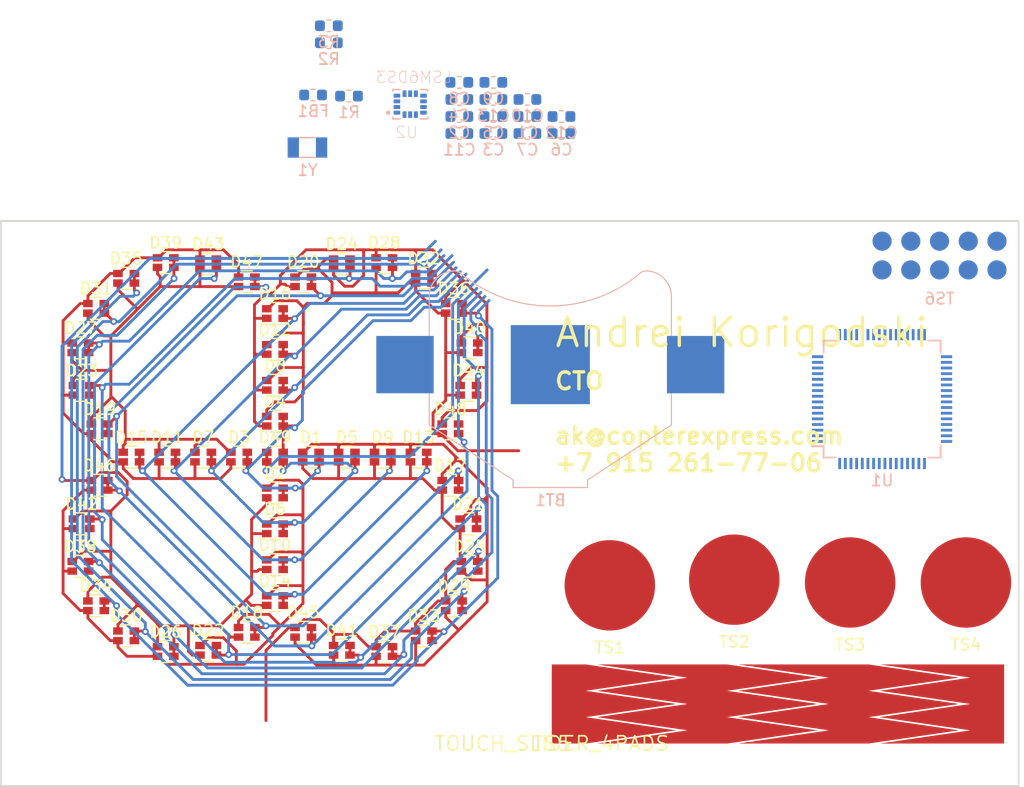
<source format=kicad_pcb>
(kicad_pcb (version 20171130) (host pcbnew 5.0.2+dfsg1-1~bpo9+1)
  (layers (0 F.Cu signal) (31 B.Cu signal) (34 B.Paste user) (35 F.Paste user) (36 B.SilkS user) (37 F.SilkS user) (38 B.Mask user) (39 F.Mask user) (44 Edge.Cuts user))
  (net 0 "")
  (net 1 LED_K0)
  (net 2 LED_K1)
  (net 3 LED_A0)
  (net 4 LED_K3)
  (net 5 LED_K2)
  (net 6 LED_K4)
  (net 7 LED_K5)
  (net 8 LED_K7)
  (net 9 LED_K6)
  (net 10 LED_K8)
  (net 11 LED_A1)
  (net 12 LED_A2)
  (net 13 LED_A3)
  (net 14 LED_A4)
  (net 15 LED_A5)
  (net 16 LED_A6)
  (net 17 LED_A7)
  (net 18 LED_A8)
  (net 19 VDD)
  (net 20 N$2)
  (net 21 MCU_AVDD)
  (net 22 GND)
  (net 23 N$7)
  (net 24 N$6)
  (net 25 N$13)
  (net 26 N$14)
  (net 27 N$5)
  (net 28 N$19)
  (net 29 N$20)
  (net 30 N$16)
  (net 31 N$15)
  (net 32 N$17)
  (net 33 N$18)
  (net 34 N$12)
  (net 35 N$11)
  (net 36 TOUCH_PAD0)
  (net 37 N$1)
  (net 38 TOUCH_PAD1)
  (net 39 TOUCH_PAD2)
  (net 40 TOUCH_PAD3)
  (net 41 N$21)
  (net 42 N$22)
  (net 43 N$23)
  (net 44 N$24)
  (net 45 N$8)
  (net 46 N$10)
  (net 47 N$9)
  (net 48 N$25)
  (net 49 N$26)
  (net 50 LED_K9)
  (net 51 LED_K10)
  (net 52 LED_K11)
  (module footprints:LED_DUAL_0606 (layer F.Cu) (at 127.417 100.888)
    (fp_text reference D1 (at 0 -1.75) (layer F.SilkS))
    (fp_text value LED_Dual_AACC)
    (pad 3 smd rect (at 0.725 -0.425) (size 0.85 0.65) (layers F.Cu F.Paste F.Mask) (net 1 LED_K0))
    (pad 4 smd rect (at 0.725 0.425) (size 0.85 0.65) (layers F.Cu F.Paste F.Mask) (net 1 LED_K0))
    (pad 2 smd rect (at -0.725 0.425) (size 0.85 0.65) (layers F.Cu F.Paste F.Mask) (net 11 LED_A1))
    (pad 1 smd rect (at -0.725 -0.425) (size 0.85 0.65) (layers F.Cu F.Paste F.Mask) (net 3 LED_A0))
  )
  (module footprints:LED_DUAL_0606 (layer F.Cu) (at 124.242 104.063)
    (fp_text reference D2 (at 0 -1.75) (layer F.SilkS))
    (fp_text value LED_Dual_AACC)
    (pad 3 smd rect (at 0.725 -0.425) (size 0.85 0.65) (layers F.Cu F.Paste F.Mask) (net 1 LED_K0))
    (pad 4 smd rect (at 0.725 0.425) (size 0.85 0.65) (layers F.Cu F.Paste F.Mask) (net 1 LED_K0))
    (pad 2 smd rect (at -0.725 0.425) (size 0.85 0.65) (layers F.Cu F.Paste F.Mask) (net 13 LED_A3))
    (pad 1 smd rect (at -0.725 -0.425) (size 0.85 0.65) (layers F.Cu F.Paste F.Mask) (net 12 LED_A2))
  )
  (module footprints:LED_DUAL_0606 (layer F.Cu) (at 121.067 100.888)
    (fp_text reference D3 (at 0 -1.75) (layer F.SilkS))
    (fp_text value LED_Dual_AACC)
    (pad 3 smd rect (at 0.725 -0.425) (size 0.85 0.65) (layers F.Cu F.Paste F.Mask) (net 1 LED_K0))
    (pad 4 smd rect (at 0.725 0.425) (size 0.85 0.65) (layers F.Cu F.Paste F.Mask) (net 1 LED_K0))
    (pad 2 smd rect (at -0.725 0.425) (size 0.85 0.65) (layers F.Cu F.Paste F.Mask) (net 15 LED_A5))
    (pad 1 smd rect (at -0.725 -0.425) (size 0.85 0.65) (layers F.Cu F.Paste F.Mask) (net 14 LED_A4))
  )
  (module footprints:LED_DUAL_0606 (layer F.Cu) (at 124.242 97.713)
    (fp_text reference D4 (at 0 -1.75) (layer F.SilkS))
    (fp_text value LED_Dual_AACC)
    (pad 3 smd rect (at 0.725 -0.425) (size 0.85 0.65) (layers F.Cu F.Paste F.Mask) (net 1 LED_K0))
    (pad 4 smd rect (at 0.725 0.425) (size 0.85 0.65) (layers F.Cu F.Paste F.Mask) (net 1 LED_K0))
    (pad 2 smd rect (at -0.725 0.425) (size 0.85 0.65) (layers F.Cu F.Paste F.Mask) (net 17 LED_A7))
    (pad 1 smd rect (at -0.725 -0.425) (size 0.85 0.65) (layers F.Cu F.Paste F.Mask) (net 16 LED_A6))
  )
  (module footprints:LED_DUAL_0606 (layer F.Cu) (at 130.592 100.888)
    (fp_text reference D5 (at 0 -1.75) (layer F.SilkS))
    (fp_text value LED_Dual_AACC)
    (pad 3 smd rect (at 0.725 -0.425) (size 0.85 0.65) (layers F.Cu F.Paste F.Mask) (net 2 LED_K1))
    (pad 4 smd rect (at 0.725 0.425) (size 0.85 0.65) (layers F.Cu F.Paste F.Mask) (net 2 LED_K1))
    (pad 2 smd rect (at -0.725 0.425) (size 0.85 0.65) (layers F.Cu F.Paste F.Mask) (net 11 LED_A1))
    (pad 1 smd rect (at -0.725 -0.425) (size 0.85 0.65) (layers F.Cu F.Paste F.Mask) (net 3 LED_A0))
  )
  (module footprints:LED_DUAL_0606 (layer F.Cu) (at 124.242 107.238)
    (fp_text reference D6 (at 0 -1.75) (layer F.SilkS))
    (fp_text value LED_Dual_AACC)
    (pad 3 smd rect (at 0.725 -0.425) (size 0.85 0.65) (layers F.Cu F.Paste F.Mask) (net 2 LED_K1))
    (pad 4 smd rect (at 0.725 0.425) (size 0.85 0.65) (layers F.Cu F.Paste F.Mask) (net 2 LED_K1))
    (pad 2 smd rect (at -0.725 0.425) (size 0.85 0.65) (layers F.Cu F.Paste F.Mask) (net 13 LED_A3))
    (pad 1 smd rect (at -0.725 -0.425) (size 0.85 0.65) (layers F.Cu F.Paste F.Mask) (net 12 LED_A2))
  )
  (module footprints:LED_DUAL_0606 (layer F.Cu) (at 117.892 100.888)
    (fp_text reference D7 (at 0 -1.75) (layer F.SilkS))
    (fp_text value LED_Dual_AACC)
    (pad 3 smd rect (at 0.725 -0.425) (size 0.85 0.65) (layers F.Cu F.Paste F.Mask) (net 2 LED_K1))
    (pad 4 smd rect (at 0.725 0.425) (size 0.85 0.65) (layers F.Cu F.Paste F.Mask) (net 2 LED_K1))
    (pad 2 smd rect (at -0.725 0.425) (size 0.85 0.65) (layers F.Cu F.Paste F.Mask) (net 15 LED_A5))
    (pad 1 smd rect (at -0.725 -0.425) (size 0.85 0.65) (layers F.Cu F.Paste F.Mask) (net 14 LED_A4))
  )
  (module footprints:LED_DUAL_0606 (layer F.Cu) (at 124.242 94.538)
    (fp_text reference D8 (at 0 -1.75) (layer F.SilkS))
    (fp_text value LED_Dual_AACC)
    (pad 3 smd rect (at 0.725 -0.425) (size 0.85 0.65) (layers F.Cu F.Paste F.Mask) (net 2 LED_K1))
    (pad 4 smd rect (at 0.725 0.425) (size 0.85 0.65) (layers F.Cu F.Paste F.Mask) (net 2 LED_K1))
    (pad 2 smd rect (at -0.725 0.425) (size 0.85 0.65) (layers F.Cu F.Paste F.Mask) (net 17 LED_A7))
    (pad 1 smd rect (at -0.725 -0.425) (size 0.85 0.65) (layers F.Cu F.Paste F.Mask) (net 16 LED_A6))
  )
  (module footprints:LED_DUAL_0606 (layer F.Cu) (at 133.767 100.888)
    (fp_text reference D9 (at 0 -1.75) (layer F.SilkS))
    (fp_text value LED_Dual_AACC)
    (pad 3 smd rect (at 0.725 -0.425) (size 0.85 0.65) (layers F.Cu F.Paste F.Mask) (net 5 LED_K2))
    (pad 4 smd rect (at 0.725 0.425) (size 0.85 0.65) (layers F.Cu F.Paste F.Mask) (net 5 LED_K2))
    (pad 2 smd rect (at -0.725 0.425) (size 0.85 0.65) (layers F.Cu F.Paste F.Mask) (net 11 LED_A1))
    (pad 1 smd rect (at -0.725 -0.425) (size 0.85 0.65) (layers F.Cu F.Paste F.Mask) (net 3 LED_A0))
  )
  (module footprints:LED_DUAL_0606 (layer F.Cu) (at 124.242 110.412999)
    (fp_text reference D10 (at 0 -1.75) (layer F.SilkS))
    (fp_text value LED_Dual_AACC)
    (pad 3 smd rect (at 0.725 -0.425) (size 0.85 0.65) (layers F.Cu F.Paste F.Mask) (net 5 LED_K2))
    (pad 4 smd rect (at 0.725 0.425) (size 0.85 0.65) (layers F.Cu F.Paste F.Mask) (net 5 LED_K2))
    (pad 2 smd rect (at -0.725 0.425) (size 0.85 0.65) (layers F.Cu F.Paste F.Mask) (net 13 LED_A3))
    (pad 1 smd rect (at -0.725 -0.425) (size 0.85 0.65) (layers F.Cu F.Paste F.Mask) (net 12 LED_A2))
  )
  (module footprints:LED_DUAL_0606 (layer F.Cu) (at 114.717 100.888)
    (fp_text reference D11 (at 0 -1.75) (layer F.SilkS))
    (fp_text value LED_Dual_AACC)
    (pad 3 smd rect (at 0.725 -0.425) (size 0.85 0.65) (layers F.Cu F.Paste F.Mask) (net 5 LED_K2))
    (pad 4 smd rect (at 0.725 0.425) (size 0.85 0.65) (layers F.Cu F.Paste F.Mask) (net 5 LED_K2))
    (pad 2 smd rect (at -0.725 0.425) (size 0.85 0.65) (layers F.Cu F.Paste F.Mask) (net 15 LED_A5))
    (pad 1 smd rect (at -0.725 -0.425) (size 0.85 0.65) (layers F.Cu F.Paste F.Mask) (net 14 LED_A4))
  )
  (module footprints:LED_DUAL_0606 (layer F.Cu) (at 124.242 91.363)
    (fp_text reference D12 (at 0 -1.75) (layer F.SilkS))
    (fp_text value LED_Dual_AACC)
    (pad 3 smd rect (at 0.725 -0.425) (size 0.85 0.65) (layers F.Cu F.Paste F.Mask) (net 5 LED_K2))
    (pad 4 smd rect (at 0.725 0.425) (size 0.85 0.65) (layers F.Cu F.Paste F.Mask) (net 5 LED_K2))
    (pad 2 smd rect (at -0.725 0.425) (size 0.85 0.65) (layers F.Cu F.Paste F.Mask) (net 17 LED_A7))
    (pad 1 smd rect (at -0.725 -0.425) (size 0.85 0.65) (layers F.Cu F.Paste F.Mask) (net 16 LED_A6))
  )
  (module footprints:LED_DUAL_0606 (layer F.Cu) (at 136.942 100.888)
    (fp_text reference D13 (at 0 -1.75) (layer F.SilkS))
    (fp_text value LED_Dual_AACC)
    (pad 3 smd rect (at 0.725 -0.425) (size 0.85 0.65) (layers F.Cu F.Paste F.Mask) (net 4 LED_K3))
    (pad 4 smd rect (at 0.725 0.425) (size 0.85 0.65) (layers F.Cu F.Paste F.Mask) (net 4 LED_K3))
    (pad 2 smd rect (at -0.725 0.425) (size 0.85 0.65) (layers F.Cu F.Paste F.Mask) (net 11 LED_A1))
    (pad 1 smd rect (at -0.725 -0.425) (size 0.85 0.65) (layers F.Cu F.Paste F.Mask) (net 3 LED_A0))
  )
  (module footprints:LED_DUAL_0606 (layer F.Cu) (at 124.242 113.588)
    (fp_text reference D14 (at 0 -1.75) (layer F.SilkS))
    (fp_text value LED_Dual_AACC)
    (pad 3 smd rect (at 0.725 -0.425) (size 0.85 0.65) (layers F.Cu F.Paste F.Mask) (net 4 LED_K3))
    (pad 4 smd rect (at 0.725 0.425) (size 0.85 0.65) (layers F.Cu F.Paste F.Mask) (net 4 LED_K3))
    (pad 2 smd rect (at -0.725 0.425) (size 0.85 0.65) (layers F.Cu F.Paste F.Mask) (net 13 LED_A3))
    (pad 1 smd rect (at -0.725 -0.425) (size 0.85 0.65) (layers F.Cu F.Paste F.Mask) (net 12 LED_A2))
  )
  (module footprints:LED_DUAL_0606 (layer F.Cu) (at 111.542 100.888)
    (fp_text reference D15 (at 0 -1.75) (layer F.SilkS))
    (fp_text value LED_Dual_AACC)
    (pad 3 smd rect (at 0.725 -0.425) (size 0.85 0.65) (layers F.Cu F.Paste F.Mask) (net 4 LED_K3))
    (pad 4 smd rect (at 0.725 0.425) (size 0.85 0.65) (layers F.Cu F.Paste F.Mask) (net 4 LED_K3))
    (pad 2 smd rect (at -0.725 0.425) (size 0.85 0.65) (layers F.Cu F.Paste F.Mask) (net 15 LED_A5))
    (pad 1 smd rect (at -0.725 -0.425) (size 0.85 0.65) (layers F.Cu F.Paste F.Mask) (net 14 LED_A4))
  )
  (module footprints:LED_DUAL_0606 (layer F.Cu) (at 124.242 88.188)
    (fp_text reference D16 (at 0 -1.75) (layer F.SilkS))
    (fp_text value LED_Dual_AACC)
    (pad 3 smd rect (at 0.725 -0.425) (size 0.85 0.65) (layers F.Cu F.Paste F.Mask) (net 4 LED_K3))
    (pad 4 smd rect (at 0.725 0.425) (size 0.85 0.65) (layers F.Cu F.Paste F.Mask) (net 4 LED_K3))
    (pad 2 smd rect (at -0.725 0.425) (size 0.85 0.65) (layers F.Cu F.Paste F.Mask) (net 17 LED_A7))
    (pad 1 smd rect (at -0.725 -0.425) (size 0.85 0.65) (layers F.Cu F.Paste F.Mask) (net 16 LED_A6))
  )
  (module footprints:LED_DUAL_0606 (layer F.Cu) (at 139.750852 103.387666)
    (fp_text reference D17 (at 0 -1.75) (layer F.SilkS))
    (fp_text value LED_Dual_AACC)
    (pad 3 smd rect (at 0.725 -0.425) (size 0.85 0.65) (layers F.Cu F.Paste F.Mask) (net 6 LED_K4))
    (pad 4 smd rect (at 0.725 0.425) (size 0.85 0.65) (layers F.Cu F.Paste F.Mask) (net 6 LED_K4))
    (pad 2 smd rect (at -0.725 0.425) (size 0.85 0.65) (layers F.Cu F.Paste F.Mask) (net 11 LED_A1))
    (pad 1 smd rect (at -0.725 -0.425) (size 0.85 0.65) (layers F.Cu F.Paste F.Mask) (net 3 LED_A0))
  )
  (module footprints:LED_DUAL_0606 (layer F.Cu) (at 121.742333 116.396852)
    (fp_text reference D18 (at 0 -1.75) (layer F.SilkS))
    (fp_text value LED_Dual_AACC)
    (pad 3 smd rect (at 0.725 -0.425) (size 0.85 0.65) (layers F.Cu F.Paste F.Mask) (net 6 LED_K4))
    (pad 4 smd rect (at 0.725 0.425) (size 0.85 0.65) (layers F.Cu F.Paste F.Mask) (net 6 LED_K4))
    (pad 2 smd rect (at -0.725 0.425) (size 0.85 0.65) (layers F.Cu F.Paste F.Mask) (net 13 LED_A3))
    (pad 1 smd rect (at -0.725 -0.425) (size 0.85 0.65) (layers F.Cu F.Paste F.Mask) (net 12 LED_A2))
  )
  (module footprints:LED_DUAL_0606 (layer F.Cu) (at 108.733147 98.388333)
    (fp_text reference D19 (at 0 -1.75) (layer F.SilkS))
    (fp_text value LED_Dual_AACC)
    (pad 3 smd rect (at 0.725 -0.425) (size 0.85 0.65) (layers F.Cu F.Paste F.Mask) (net 6 LED_K4))
    (pad 4 smd rect (at 0.725 0.425) (size 0.85 0.65) (layers F.Cu F.Paste F.Mask) (net 6 LED_K4))
    (pad 2 smd rect (at -0.725 0.425) (size 0.85 0.65) (layers F.Cu F.Paste F.Mask) (net 15 LED_A5))
    (pad 1 smd rect (at -0.725 -0.425) (size 0.85 0.65) (layers F.Cu F.Paste F.Mask) (net 14 LED_A4))
  )
  (module footprints:LED_DUAL_0606 (layer F.Cu) (at 126.741666 85.379147)
    (fp_text reference D20 (at 0 -1.75) (layer F.SilkS))
    (fp_text value LED_Dual_AACC)
    (pad 3 smd rect (at 0.725 -0.425) (size 0.85 0.65) (layers F.Cu F.Paste F.Mask) (net 6 LED_K4))
    (pad 4 smd rect (at 0.725 0.425) (size 0.85 0.65) (layers F.Cu F.Paste F.Mask) (net 6 LED_K4))
    (pad 2 smd rect (at -0.725 0.425) (size 0.85 0.65) (layers F.Cu F.Paste F.Mask) (net 17 LED_A7))
    (pad 1 smd rect (at -0.725 -0.425) (size 0.85 0.65) (layers F.Cu F.Paste F.Mask) (net 16 LED_A6))
  )
  (module footprints:LED_DUAL_0606 (layer F.Cu) (at 141.339919 106.795431)
    (fp_text reference D21 (at 0 -1.75) (layer F.SilkS))
    (fp_text value LED_Dual_AACC)
    (pad 3 smd rect (at 0.725 -0.425) (size 0.85 0.65) (layers F.Cu F.Paste F.Mask) (net 7 LED_K5))
    (pad 4 smd rect (at 0.725 0.425) (size 0.85 0.65) (layers F.Cu F.Paste F.Mask) (net 7 LED_K5))
    (pad 2 smd rect (at -0.725 0.425) (size 0.85 0.65) (layers F.Cu F.Paste F.Mask) (net 11 LED_A1))
    (pad 1 smd rect (at -0.725 -0.425) (size 0.85 0.65) (layers F.Cu F.Paste F.Mask) (net 3 LED_A0))
  )
  (module footprints:LED_DUAL_0606 (layer F.Cu) (at 118.334568 117.985919)
    (fp_text reference D22 (at 0 -1.75) (layer F.SilkS))
    (fp_text value LED_Dual_AACC)
    (pad 3 smd rect (at 0.725 -0.425) (size 0.85 0.65) (layers F.Cu F.Paste F.Mask) (net 7 LED_K5))
    (pad 4 smd rect (at 0.725 0.425) (size 0.85 0.65) (layers F.Cu F.Paste F.Mask) (net 7 LED_K5))
    (pad 2 smd rect (at -0.725 0.425) (size 0.85 0.65) (layers F.Cu F.Paste F.Mask) (net 13 LED_A3))
    (pad 1 smd rect (at -0.725 -0.425) (size 0.85 0.65) (layers F.Cu F.Paste F.Mask) (net 12 LED_A2))
  )
  (module footprints:LED_DUAL_0606 (layer F.Cu) (at 107.14408 94.980568)
    (fp_text reference D23 (at 0 -1.75) (layer F.SilkS))
    (fp_text value LED_Dual_AACC)
    (pad 3 smd rect (at 0.725 -0.425) (size 0.85 0.65) (layers F.Cu F.Paste F.Mask) (net 7 LED_K5))
    (pad 4 smd rect (at 0.725 0.425) (size 0.85 0.65) (layers F.Cu F.Paste F.Mask) (net 7 LED_K5))
    (pad 2 smd rect (at -0.725 0.425) (size 0.85 0.65) (layers F.Cu F.Paste F.Mask) (net 15 LED_A5))
    (pad 1 smd rect (at -0.725 -0.425) (size 0.85 0.65) (layers F.Cu F.Paste F.Mask) (net 14 LED_A4))
  )
  (module footprints:LED_DUAL_0606 (layer F.Cu) (at 130.149431 83.79008)
    (fp_text reference D24 (at 0 -1.75) (layer F.SilkS))
    (fp_text value LED_Dual_AACC)
    (pad 3 smd rect (at 0.725 -0.425) (size 0.85 0.65) (layers F.Cu F.Paste F.Mask) (net 7 LED_K5))
    (pad 4 smd rect (at 0.725 0.425) (size 0.85 0.65) (layers F.Cu F.Paste F.Mask) (net 7 LED_K5))
    (pad 2 smd rect (at -0.725 0.425) (size 0.85 0.65) (layers F.Cu F.Paste F.Mask) (net 17 LED_A7))
    (pad 1 smd rect (at -0.725 -0.425) (size 0.85 0.65) (layers F.Cu F.Paste F.Mask) (net 16 LED_A6))
  )
  (module footprints:LED_DUAL_0606 (layer F.Cu) (at 141.449279 110.553892)
    (fp_text reference D25 (at 0 -1.75) (layer F.SilkS))
    (fp_text value LED_Dual_AACC)
    (pad 3 smd rect (at 0.725 -0.425) (size 0.85 0.65) (layers F.Cu F.Paste F.Mask) (net 9 LED_K6))
    (pad 4 smd rect (at 0.725 0.425) (size 0.85 0.65) (layers F.Cu F.Paste F.Mask) (net 9 LED_K6))
    (pad 2 smd rect (at -0.725 0.425) (size 0.85 0.65) (layers F.Cu F.Paste F.Mask) (net 3 LED_A0))
    (pad 1 smd rect (at -0.725 -0.425) (size 0.85 0.65) (layers F.Cu F.Paste F.Mask) (net 11 LED_A1))
  )
  (module footprints:LED_DUAL_0606 (layer F.Cu) (at 114.576107 118.095279)
    (fp_text reference D26 (at 0 -1.75) (layer F.SilkS))
    (fp_text value LED_Dual_AACC)
    (pad 3 smd rect (at 0.725 -0.425) (size 0.85 0.65) (layers F.Cu F.Paste F.Mask) (net 9 LED_K6))
    (pad 4 smd rect (at 0.725 0.425) (size 0.85 0.65) (layers F.Cu F.Paste F.Mask) (net 9 LED_K6))
    (pad 2 smd rect (at -0.725 0.425) (size 0.85 0.65) (layers F.Cu F.Paste F.Mask) (net 12 LED_A2))
    (pad 1 smd rect (at -0.725 -0.425) (size 0.85 0.65) (layers F.Cu F.Paste F.Mask) (net 13 LED_A3))
  )
  (module footprints:LED_DUAL_0606 (layer F.Cu) (at 107.03472 91.222107)
    (fp_text reference D27 (at 0 -1.75) (layer F.SilkS))
    (fp_text value LED_Dual_AACC)
    (pad 3 smd rect (at 0.725 -0.425) (size 0.85 0.65) (layers F.Cu F.Paste F.Mask) (net 9 LED_K6))
    (pad 4 smd rect (at 0.725 0.425) (size 0.85 0.65) (layers F.Cu F.Paste F.Mask) (net 9 LED_K6))
    (pad 2 smd rect (at -0.725 0.425) (size 0.85 0.65) (layers F.Cu F.Paste F.Mask) (net 14 LED_A4))
    (pad 1 smd rect (at -0.725 -0.425) (size 0.85 0.65) (layers F.Cu F.Paste F.Mask) (net 15 LED_A5))
  )
  (module footprints:LED_DUAL_0606 (layer F.Cu) (at 133.907892 83.68072)
    (fp_text reference D28 (at 0 -1.75) (layer F.SilkS))
    (fp_text value LED_Dual_AACC)
    (pad 3 smd rect (at 0.725 -0.425) (size 0.85 0.65) (layers F.Cu F.Paste F.Mask) (net 9 LED_K6))
    (pad 4 smd rect (at 0.725 0.425) (size 0.85 0.65) (layers F.Cu F.Paste F.Mask) (net 9 LED_K6))
    (pad 2 smd rect (at -0.725 0.425) (size 0.85 0.65) (layers F.Cu F.Paste F.Mask) (net 16 LED_A6))
    (pad 1 smd rect (at -0.725 -0.425) (size 0.85 0.65) (layers F.Cu F.Paste F.Mask) (net 17 LED_A7))
  )
  (module footprints:LED_DUAL_0606 (layer F.Cu) (at 140.061045 114.048287)
    (fp_text reference D29 (at 0 -1.75) (layer F.SilkS))
    (fp_text value LED_Dual_AACC)
    (pad 3 smd rect (at 0.725 -0.425) (size 0.85 0.65) (layers F.Cu F.Paste F.Mask) (net 8 LED_K7))
    (pad 4 smd rect (at 0.725 0.425) (size 0.85 0.65) (layers F.Cu F.Paste F.Mask) (net 8 LED_K7))
    (pad 2 smd rect (at -0.725 0.425) (size 0.85 0.65) (layers F.Cu F.Paste F.Mask) (net 3 LED_A0))
    (pad 1 smd rect (at -0.725 -0.425) (size 0.85 0.65) (layers F.Cu F.Paste F.Mask) (net 11 LED_A1))
  )
  (module footprints:LED_DUAL_0606 (layer F.Cu) (at 111.081712 116.707045)
    (fp_text reference D30 (at 0 -1.75) (layer F.SilkS))
    (fp_text value LED_Dual_AACC)
    (pad 3 smd rect (at 0.725 -0.425) (size 0.85 0.65) (layers F.Cu F.Paste F.Mask) (net 8 LED_K7))
    (pad 4 smd rect (at 0.725 0.425) (size 0.85 0.65) (layers F.Cu F.Paste F.Mask) (net 8 LED_K7))
    (pad 2 smd rect (at -0.725 0.425) (size 0.85 0.65) (layers F.Cu F.Paste F.Mask) (net 12 LED_A2))
    (pad 1 smd rect (at -0.725 -0.425) (size 0.85 0.65) (layers F.Cu F.Paste F.Mask) (net 13 LED_A3))
  )
  (module footprints:LED_DUAL_0606 (layer F.Cu) (at 108.422954 87.727712)
    (fp_text reference D31 (at 0 -1.75) (layer F.SilkS))
    (fp_text value LED_Dual_AACC)
    (pad 3 smd rect (at 0.725 -0.425) (size 0.85 0.65) (layers F.Cu F.Paste F.Mask) (net 8 LED_K7))
    (pad 4 smd rect (at 0.725 0.425) (size 0.85 0.65) (layers F.Cu F.Paste F.Mask) (net 8 LED_K7))
    (pad 2 smd rect (at -0.725 0.425) (size 0.85 0.65) (layers F.Cu F.Paste F.Mask) (net 14 LED_A4))
    (pad 1 smd rect (at -0.725 -0.425) (size 0.85 0.65) (layers F.Cu F.Paste F.Mask) (net 15 LED_A5))
  )
  (module footprints:LED_DUAL_0606 (layer F.Cu) (at 137.402287 85.068954)
    (fp_text reference D32 (at 0 -1.75) (layer F.SilkS))
    (fp_text value LED_Dual_AACC)
    (pad 3 smd rect (at 0.725 -0.425) (size 0.85 0.65) (layers F.Cu F.Paste F.Mask) (net 8 LED_K7))
    (pad 4 smd rect (at 0.725 0.425) (size 0.85 0.65) (layers F.Cu F.Paste F.Mask) (net 8 LED_K7))
    (pad 2 smd rect (at -0.725 0.425) (size 0.85 0.65) (layers F.Cu F.Paste F.Mask) (net 16 LED_A6))
    (pad 1 smd rect (at -0.725 -0.425) (size 0.85 0.65) (layers F.Cu F.Paste F.Mask) (net 17 LED_A7))
  )
  (module footprints:LED_DUAL_0606 (layer F.Cu) (at 137.402287 116.707045)
    (fp_text reference D33 (at 0 -1.75) (layer F.SilkS))
    (fp_text value LED_Dual_AACC)
    (pad 3 smd rect (at 0.725 -0.425) (size 0.85 0.65) (layers F.Cu F.Paste F.Mask) (net 10 LED_K8))
    (pad 4 smd rect (at 0.725 0.425) (size 0.85 0.65) (layers F.Cu F.Paste F.Mask) (net 10 LED_K8))
    (pad 2 smd rect (at -0.725 0.425) (size 0.85 0.65) (layers F.Cu F.Paste F.Mask) (net 3 LED_A0))
    (pad 1 smd rect (at -0.725 -0.425) (size 0.85 0.65) (layers F.Cu F.Paste F.Mask) (net 11 LED_A1))
  )
  (module footprints:LED_DUAL_0606 (layer F.Cu) (at 108.422954 114.048287)
    (fp_text reference D34 (at 0 -1.75) (layer F.SilkS))
    (fp_text value LED_Dual_AACC)
    (pad 3 smd rect (at 0.725 -0.425) (size 0.85 0.65) (layers F.Cu F.Paste F.Mask) (net 10 LED_K8))
    (pad 4 smd rect (at 0.725 0.425) (size 0.85 0.65) (layers F.Cu F.Paste F.Mask) (net 10 LED_K8))
    (pad 2 smd rect (at -0.725 0.425) (size 0.85 0.65) (layers F.Cu F.Paste F.Mask) (net 12 LED_A2))
    (pad 1 smd rect (at -0.725 -0.425) (size 0.85 0.65) (layers F.Cu F.Paste F.Mask) (net 13 LED_A3))
  )
  (module footprints:LED_DUAL_0606 (layer F.Cu) (at 111.081712 85.068954)
    (fp_text reference D35 (at 0 -1.75) (layer F.SilkS))
    (fp_text value LED_Dual_AACC)
    (pad 3 smd rect (at 0.725 -0.425) (size 0.85 0.65) (layers F.Cu F.Paste F.Mask) (net 10 LED_K8))
    (pad 4 smd rect (at 0.725 0.425) (size 0.85 0.65) (layers F.Cu F.Paste F.Mask) (net 10 LED_K8))
    (pad 2 smd rect (at -0.725 0.425) (size 0.85 0.65) (layers F.Cu F.Paste F.Mask) (net 14 LED_A4))
    (pad 1 smd rect (at -0.725 -0.425) (size 0.85 0.65) (layers F.Cu F.Paste F.Mask) (net 15 LED_A5))
  )
  (module footprints:LED_DUAL_0606 (layer F.Cu) (at 140.061045 87.727712)
    (fp_text reference D36 (at 0 -1.75) (layer F.SilkS))
    (fp_text value LED_Dual_AACC)
    (pad 3 smd rect (at 0.725 -0.425) (size 0.85 0.65) (layers F.Cu F.Paste F.Mask) (net 10 LED_K8))
    (pad 4 smd rect (at 0.725 0.425) (size 0.85 0.65) (layers F.Cu F.Paste F.Mask) (net 10 LED_K8))
    (pad 2 smd rect (at -0.725 0.425) (size 0.85 0.65) (layers F.Cu F.Paste F.Mask) (net 16 LED_A6))
    (pad 1 smd rect (at -0.725 -0.425) (size 0.85 0.65) (layers F.Cu F.Paste F.Mask) (net 17 LED_A7))
  )
  (module footprints:LED_DUAL_0606 (layer F.Cu) (at 133.907892 118.095279)
    (fp_text reference D37 (at 0 -1.75) (layer F.SilkS))
    (fp_text value LED_Dual_AACC)
    (pad 3 smd rect (at 0.725 -0.425) (size 0.85 0.65) (layers F.Cu F.Paste F.Mask) (net 50 LED_K9))
    (pad 4 smd rect (at 0.725 0.425) (size 0.85 0.65) (layers F.Cu F.Paste F.Mask) (net 50 LED_K9))
    (pad 2 smd rect (at -0.725 0.425) (size 0.85 0.65) (layers F.Cu F.Paste F.Mask) (net 3 LED_A0))
    (pad 1 smd rect (at -0.725 -0.425) (size 0.85 0.65) (layers F.Cu F.Paste F.Mask) (net 11 LED_A1))
  )
  (module footprints:LED_DUAL_0606 (layer F.Cu) (at 107.03472 110.553892)
    (fp_text reference D38 (at 0 -1.75) (layer F.SilkS))
    (fp_text value LED_Dual_AACC)
    (pad 3 smd rect (at 0.725 -0.425) (size 0.85 0.65) (layers F.Cu F.Paste F.Mask) (net 50 LED_K9))
    (pad 4 smd rect (at 0.725 0.425) (size 0.85 0.65) (layers F.Cu F.Paste F.Mask) (net 50 LED_K9))
    (pad 2 smd rect (at -0.725 0.425) (size 0.85 0.65) (layers F.Cu F.Paste F.Mask) (net 12 LED_A2))
    (pad 1 smd rect (at -0.725 -0.425) (size 0.85 0.65) (layers F.Cu F.Paste F.Mask) (net 13 LED_A3))
  )
  (module footprints:LED_DUAL_0606 (layer F.Cu) (at 114.576107 83.68072)
    (fp_text reference D39 (at 0 -1.75) (layer F.SilkS))
    (fp_text value LED_Dual_AACC)
    (pad 3 smd rect (at 0.725 -0.425) (size 0.85 0.65) (layers F.Cu F.Paste F.Mask) (net 50 LED_K9))
    (pad 4 smd rect (at 0.725 0.425) (size 0.85 0.65) (layers F.Cu F.Paste F.Mask) (net 50 LED_K9))
    (pad 2 smd rect (at -0.725 0.425) (size 0.85 0.65) (layers F.Cu F.Paste F.Mask) (net 14 LED_A4))
    (pad 1 smd rect (at -0.725 -0.425) (size 0.85 0.65) (layers F.Cu F.Paste F.Mask) (net 15 LED_A5))
  )
  (module footprints:LED_DUAL_0606 (layer F.Cu) (at 141.449279 91.222107)
    (fp_text reference D40 (at 0 -1.75) (layer F.SilkS))
    (fp_text value LED_Dual_AACC)
    (pad 3 smd rect (at 0.725 -0.425) (size 0.85 0.65) (layers F.Cu F.Paste F.Mask) (net 50 LED_K9))
    (pad 4 smd rect (at 0.725 0.425) (size 0.85 0.65) (layers F.Cu F.Paste F.Mask) (net 50 LED_K9))
    (pad 2 smd rect (at -0.725 0.425) (size 0.85 0.65) (layers F.Cu F.Paste F.Mask) (net 16 LED_A6))
    (pad 1 smd rect (at -0.725 -0.425) (size 0.85 0.65) (layers F.Cu F.Paste F.Mask) (net 17 LED_A7))
  )
  (module footprints:LED_DUAL_0606 (layer F.Cu) (at 130.149431 117.985919)
    (fp_text reference D41 (at 0 -1.75) (layer F.SilkS))
    (fp_text value LED_Dual_AACC)
    (pad 3 smd rect (at 0.725 -0.425) (size 0.85 0.65) (layers F.Cu F.Paste F.Mask) (net 51 LED_K10))
    (pad 4 smd rect (at 0.725 0.425) (size 0.85 0.65) (layers F.Cu F.Paste F.Mask) (net 51 LED_K10))
    (pad 2 smd rect (at -0.725 0.425) (size 0.85 0.65) (layers F.Cu F.Paste F.Mask) (net 3 LED_A0))
    (pad 1 smd rect (at -0.725 -0.425) (size 0.85 0.65) (layers F.Cu F.Paste F.Mask) (net 11 LED_A1))
  )
  (module footprints:LED_DUAL_0606 (layer F.Cu) (at 107.14408 106.795431)
    (fp_text reference D42 (at 0 -1.75) (layer F.SilkS))
    (fp_text value LED_Dual_AACC)
    (pad 3 smd rect (at 0.725 -0.425) (size 0.85 0.65) (layers F.Cu F.Paste F.Mask) (net 51 LED_K10))
    (pad 4 smd rect (at 0.725 0.425) (size 0.85 0.65) (layers F.Cu F.Paste F.Mask) (net 51 LED_K10))
    (pad 2 smd rect (at -0.725 0.425) (size 0.85 0.65) (layers F.Cu F.Paste F.Mask) (net 12 LED_A2))
    (pad 1 smd rect (at -0.725 -0.425) (size 0.85 0.65) (layers F.Cu F.Paste F.Mask) (net 13 LED_A3))
  )
  (module footprints:LED_DUAL_0606 (layer F.Cu) (at 118.334568 83.79008)
    (fp_text reference D43 (at 0 -1.75) (layer F.SilkS))
    (fp_text value LED_Dual_AACC)
    (pad 3 smd rect (at 0.725 -0.425) (size 0.85 0.65) (layers F.Cu F.Paste F.Mask) (net 51 LED_K10))
    (pad 4 smd rect (at 0.725 0.425) (size 0.85 0.65) (layers F.Cu F.Paste F.Mask) (net 51 LED_K10))
    (pad 2 smd rect (at -0.725 0.425) (size 0.85 0.65) (layers F.Cu F.Paste F.Mask) (net 14 LED_A4))
    (pad 1 smd rect (at -0.725 -0.425) (size 0.85 0.65) (layers F.Cu F.Paste F.Mask) (net 15 LED_A5))
  )
  (module footprints:LED_DUAL_0606 (layer F.Cu) (at 141.339919 94.980568)
    (fp_text reference D44 (at 0 -1.75) (layer F.SilkS))
    (fp_text value LED_Dual_AACC)
    (pad 3 smd rect (at 0.725 -0.425) (size 0.85 0.65) (layers F.Cu F.Paste F.Mask) (net 51 LED_K10))
    (pad 4 smd rect (at 0.725 0.425) (size 0.85 0.65) (layers F.Cu F.Paste F.Mask) (net 51 LED_K10))
    (pad 2 smd rect (at -0.725 0.425) (size 0.85 0.65) (layers F.Cu F.Paste F.Mask) (net 16 LED_A6))
    (pad 1 smd rect (at -0.725 -0.425) (size 0.85 0.65) (layers F.Cu F.Paste F.Mask) (net 17 LED_A7))
  )
  (module footprints:LED_DUAL_0606 (layer F.Cu) (at 126.741666 116.396852)
    (fp_text reference D45 (at 0 -1.75) (layer F.SilkS))
    (fp_text value LED_Dual_AACC)
    (pad 3 smd rect (at 0.725 -0.425) (size 0.85 0.65) (layers F.Cu F.Paste F.Mask) (net 52 LED_K11))
    (pad 4 smd rect (at 0.725 0.425) (size 0.85 0.65) (layers F.Cu F.Paste F.Mask) (net 52 LED_K11))
    (pad 2 smd rect (at -0.725 0.425) (size 0.85 0.65) (layers F.Cu F.Paste F.Mask) (net 3 LED_A0))
    (pad 1 smd rect (at -0.725 -0.425) (size 0.85 0.65) (layers F.Cu F.Paste F.Mask) (net 11 LED_A1))
  )
  (module footprints:LED_DUAL_0606 (layer F.Cu) (at 108.733147 103.387666)
    (fp_text reference D46 (at 0 -1.75) (layer F.SilkS))
    (fp_text value LED_Dual_AACC)
    (pad 3 smd rect (at 0.725 -0.425) (size 0.85 0.65) (layers F.Cu F.Paste F.Mask) (net 52 LED_K11))
    (pad 4 smd rect (at 0.725 0.425) (size 0.85 0.65) (layers F.Cu F.Paste F.Mask) (net 52 LED_K11))
    (pad 2 smd rect (at -0.725 0.425) (size 0.85 0.65) (layers F.Cu F.Paste F.Mask) (net 12 LED_A2))
    (pad 1 smd rect (at -0.725 -0.425) (size 0.85 0.65) (layers F.Cu F.Paste F.Mask) (net 13 LED_A3))
  )
  (module footprints:LED_DUAL_0606 (layer F.Cu) (at 121.742333 85.379147)
    (fp_text reference D47 (at 0 -1.75) (layer F.SilkS))
    (fp_text value LED_Dual_AACC)
    (pad 3 smd rect (at 0.725 -0.425) (size 0.85 0.65) (layers F.Cu F.Paste F.Mask) (net 52 LED_K11))
    (pad 4 smd rect (at 0.725 0.425) (size 0.85 0.65) (layers F.Cu F.Paste F.Mask) (net 52 LED_K11))
    (pad 2 smd rect (at -0.725 0.425) (size 0.85 0.65) (layers F.Cu F.Paste F.Mask) (net 14 LED_A4))
    (pad 1 smd rect (at -0.725 -0.425) (size 0.85 0.65) (layers F.Cu F.Paste F.Mask) (net 15 LED_A5))
  )
  (module footprints:LED_DUAL_0606 (layer F.Cu) (at 139.750852 98.388333)
    (fp_text reference D48 (at 0 -1.75) (layer F.SilkS))
    (fp_text value LED_Dual_AACC)
    (pad 3 smd rect (at 0.725 -0.425) (size 0.85 0.65) (layers F.Cu F.Paste F.Mask) (net 52 LED_K11))
    (pad 4 smd rect (at 0.725 0.425) (size 0.85 0.65) (layers F.Cu F.Paste F.Mask) (net 52 LED_K11))
    (pad 2 smd rect (at -0.725 0.425) (size 0.85 0.65) (layers F.Cu F.Paste F.Mask) (net 16 LED_A6))
    (pad 1 smd rect (at -0.725 -0.425) (size 0.85 0.65) (layers F.Cu F.Paste F.Mask) (net 17 LED_A7))
  )
  (module footprints:LED_DUAL_0606 (layer F.Cu) (at 124.242 100.888)
    (fp_text reference D49 (at 0 -1.75) (layer F.SilkS))
    (fp_text value LED_Dual_AACC)
    (pad 3 smd rect (at 0.725 -0.425) (size 0.85 0.65) (layers F.Cu F.Paste F.Mask) (net 1 LED_K0))
    (pad 4 smd rect (at 0.725 0.425) (size 0.85 0.65) (layers F.Cu F.Paste F.Mask) (net 2 LED_K1))
    (pad 2 smd rect (at -0.725 0.425) (size 0.85 0.65) (layers F.Cu F.Paste F.Mask) (net 18 LED_A8))
    (pad 1 smd rect (at -0.725 -0.425) (size 0.85 0.65) (layers F.Cu F.Paste F.Mask) (net 18 LED_A8))
  )
  (module Inductor_SMD:L_0603_1608Metric (layer B.Cu) (at 127.6095 68.849291)
    (fp_text reference FB1 (at 0 1.43) (layer B.SilkS) (effects (justify mirror)))
    (fp_text value Ferrite_Bead_Small)
    (pad 2 smd roundrect (at 0.7875 0) (size 0.875 0.95) (layers B.Cu B.Paste B.Mask) (net 20 N$2))
    (pad 1 smd roundrect (at -0.7875 0) (size 0.875 0.95) (layers B.Cu B.Paste B.Mask) (net 19 VDD))
  )
  (module Resistor_SMD:R_0603_1608Metric (layer B.Cu) (at 130.7845 68.949291)
    (fp_text reference R1 (at 0 1.43) (layer B.SilkS) (effects (justify mirror)))
    (fp_text value 1)
    (pad 2 smd roundrect (at 0.7875 0) (size 0.875 0.95) (layers B.Cu B.Paste B.Mask) (net 21 MCU_AVDD))
    (pad 1 smd roundrect (at -0.7875 0) (size 0.875 0.95) (layers B.Cu B.Paste B.Mask) (net 20 N$2))
  )
  (module Package_QFP:LQFP-64_10x10mm_P0.5mm (layer B.Cu) (at 177.927 95.758)
    (fp_text reference U1 (at 0 7.2) (layer B.SilkS) (effects (justify mirror)))
    (fp_text value EFM32LG232F64)
    (pad 64 smd rect (at -3.75 5.7 270) (size 1 0.25) (layers B.Cu B.Paste B.Mask) (net 52 LED_K11))
    (pad 63 smd rect (at -3.25 5.7 270) (size 1 0.25) (layers B.Cu B.Paste B.Mask) (net 51 LED_K10))
    (pad 62 smd rect (at -2.75 5.7 270) (size 1 0.25) (layers B.Cu B.Paste B.Mask) (net 50 LED_K9))
    (pad 61 smd rect (at -2.25 5.7 270) (size 1 0.25) (layers B.Cu B.Paste B.Mask) (net 10 LED_K8))
    (pad 60 smd rect (at -1.75 5.7 270) (size 1 0.25) (layers B.Cu B.Paste B.Mask) (net 8 LED_K7))
    (pad 59 smd rect (at -1.25 5.7 270) (size 1 0.25) (layers B.Cu B.Paste B.Mask) (net 9 LED_K6))
    (pad 58 smd rect (at -0.75 5.7 270) (size 1 0.25) (layers B.Cu B.Paste B.Mask) (net 7 LED_K5))
    (pad 57 smd rect (at -0.25 5.7 270) (size 1 0.25) (layers B.Cu B.Paste B.Mask) (net 6 LED_K4))
    (pad 56 smd rect (at 0.25 5.7 270) (size 1 0.25) (layers B.Cu B.Paste B.Mask) (net 22 GND))
    (pad 55 smd rect (at 0.75 5.7 270) (size 1 0.25) (layers B.Cu B.Paste B.Mask) (net 19 VDD))
    (pad 54 smd rect (at 1.25 5.7 270) (size 1 0.25) (layers B.Cu B.Paste B.Mask) (net 4 LED_K3))
    (pad 53 smd rect (at 1.75 5.7 270) (size 1 0.25) (layers B.Cu B.Paste B.Mask) (net 5 LED_K2))
    (pad 52 smd rect (at 2.25 5.7 270) (size 1 0.25) (layers B.Cu B.Paste B.Mask) (net 2 LED_K1))
    (pad 51 smd rect (at 2.75 5.7 270) (size 1 0.25) (layers B.Cu B.Paste B.Mask) (net 1 LED_K0))
    (pad 50 smd rect (at 3.25 5.7 270) (size 1 0.25) (layers B.Cu B.Paste B.Mask) (net 47 N$9))
    (pad 49 smd rect (at 3.75 5.7 270) (size 1 0.25) (layers B.Cu B.Paste B.Mask) (net 46 N$10))
    (pad 48 smd rect (at 5.7 3.75) (size 1 0.25) (layers B.Cu B.Paste B.Mask) (net 45 N$8))
    (pad 47 smd rect (at 5.7 3.25) (size 1 0.25) (layers B.Cu B.Paste B.Mask) (net 44 N$24))
    (pad 46 smd rect (at 5.7 2.75) (size 1 0.25) (layers B.Cu B.Paste B.Mask) (net 43 N$23))
    (pad 45 smd rect (at 5.7 2.25) (size 1 0.25) (layers B.Cu B.Paste B.Mask) (net 42 N$22))
    (pad 44 smd rect (at 5.7 1.75) (size 1 0.25) (layers B.Cu B.Paste B.Mask) (net 41 N$21))
    (pad 43 smd rect (at 5.7 1.25) (size 1 0.25) (layers B.Cu B.Paste B.Mask) (net 40 TOUCH_PAD3))
    (pad 42 smd rect (at 5.7 0.75) (size 1 0.25) (layers B.Cu B.Paste B.Mask) (net 39 TOUCH_PAD2))
    (pad 41 smd rect (at 5.7 0.25) (size 1 0.25) (layers B.Cu B.Paste B.Mask) (net 38 TOUCH_PAD1))
    (pad 40 smd rect (at 5.7 -0.25) (size 1 0.25) (layers B.Cu B.Paste B.Mask) (net 37 N$1))
    (pad 39 smd rect (at 5.7 -0.75) (size 1 0.25) (layers B.Cu B.Paste B.Mask) (net 19 VDD))
    (pad 38 smd rect (at 5.7 -1.25) (size 1 0.25) (layers B.Cu B.Paste B.Mask) (net 22 GND))
    (pad 37 smd rect (at 5.7 -1.75) (size 1 0.25) (layers B.Cu B.Paste B.Mask) (net 36 TOUCH_PAD0))
    (pad 36 smd rect (at 5.7 -2.25) (size 1 0.25) (layers B.Cu B.Paste B.Mask) (net 22 GND))
    (pad 35 smd rect (at 5.7 -2.75) (size 1 0.25) (layers B.Cu B.Paste B.Mask) (net 35 N$11))
    (pad 34 smd rect (at 5.7 -3.25) (size 1 0.25) (layers B.Cu B.Paste B.Mask) (net 34 N$12))
    (pad 33 smd rect (at 5.7 -3.75) (size 1 0.25) (layers B.Cu B.Paste B.Mask) (net 22 GND))
    (pad 32 smd rect (at 3.75 -5.7 270) (size 1 0.25) (layers B.Cu B.Paste B.Mask) (net 22 GND))
    (pad 31 smd rect (at 3.25 -5.7 270) (size 1 0.25) (layers B.Cu B.Paste B.Mask) (net 33 N$18))
    (pad 30 smd rect (at 2.75 -5.7 270) (size 1 0.25) (layers B.Cu B.Paste B.Mask) (net 32 N$17))
    (pad 29 smd rect (at 2.25 -5.7 270) (size 1 0.25) (layers B.Cu B.Paste B.Mask) (net 31 N$15))
    (pad 28 smd rect (at 1.75 -5.7 270) (size 1 0.25) (layers B.Cu B.Paste B.Mask) (net 30 N$16))
    (pad 27 smd rect (at 1.25 -5.7 270) (size 1 0.25) (layers B.Cu B.Paste B.Mask) (net 21 MCU_AVDD))
    (pad 26 smd rect (at 0.75 -5.7 270) (size 1 0.25) (layers B.Cu B.Paste B.Mask) (net 19 VDD))
    (pad 25 smd rect (at 0.25 -5.7 270) (size 1 0.25) (layers B.Cu B.Paste B.Mask) (net 29 N$20))
    (pad 24 smd rect (at -0.25 -5.7 270) (size 1 0.25) (layers B.Cu B.Paste B.Mask) (net 28 N$19))
    (pad 23 smd rect (at -0.75 -5.7 270) (size 1 0.25) (layers B.Cu B.Paste B.Mask) (net 21 MCU_AVDD))
    (pad 22 smd rect (at -1.25 -5.7 270) (size 1 0.25) (layers B.Cu B.Paste B.Mask) (net 22 GND))
    (pad 21 smd rect (at -1.75 -5.7 270) (size 1 0.25) (layers B.Cu B.Paste B.Mask) (net 22 GND))
    (pad 20 smd rect (at -2.25 -5.7 270) (size 1 0.25) (layers B.Cu B.Paste B.Mask) (net 27 N$5))
    (pad 19 smd rect (at -2.75 -5.7 270) (size 1 0.25) (layers B.Cu B.Paste B.Mask) (net 18 LED_A8))
    (pad 18 smd rect (at -3.25 -5.7 270) (size 1 0.25) (layers B.Cu B.Paste B.Mask) (net 17 LED_A7))
    (pad 17 smd rect (at -3.75 -5.7 270) (size 1 0.25) (layers B.Cu B.Paste B.Mask) (net 16 LED_A6))
    (pad 16 smd rect (at -5.7 -3.75) (size 1 0.25) (layers B.Cu B.Paste B.Mask) (net 26 N$14))
    (pad 15 smd rect (at -5.7 -3.25) (size 1 0.25) (layers B.Cu B.Paste B.Mask) (net 25 N$13))
    (pad 14 smd rect (at -5.7 -2.75) (size 1 0.25) (layers B.Cu B.Paste B.Mask) (net 49 N$26))
    (pad 13 smd rect (at -5.7 -2.25) (size 1 0.25) (layers B.Cu B.Paste B.Mask) (net 48 N$25))
    (pad 12 smd rect (at -5.7 -1.75) (size 1 0.25) (layers B.Cu B.Paste B.Mask) (net 22 GND))
    (pad 11 smd rect (at -5.7 -1.25) (size 1 0.25) (layers B.Cu B.Paste B.Mask) (net 22 GND))
    (pad 10 smd rect (at -5.7 -0.75) (size 1 0.25) (layers B.Cu B.Paste B.Mask) (net 24 N$6))
    (pad 9 smd rect (at -5.7 -0.25) (size 1 0.25) (layers B.Cu B.Paste B.Mask) (net 23 N$7))
    (pad 8 smd rect (at -5.7 0.25) (size 1 0.25) (layers B.Cu B.Paste B.Mask) (net 22 GND))
    (pad 7 smd rect (at -5.7 0.75) (size 1 0.25) (layers B.Cu B.Paste B.Mask) (net 19 VDD))
    (pad 6 smd rect (at -5.7 1.25) (size 1 0.25) (layers B.Cu B.Paste B.Mask) (net 15 LED_A5))
    (pad 5 smd rect (at -5.7 1.75) (size 1 0.25) (layers B.Cu B.Paste B.Mask) (net 14 LED_A4))
    (pad 4 smd rect (at -5.7 2.25) (size 1 0.25) (layers B.Cu B.Paste B.Mask) (net 13 LED_A3))
    (pad 3 smd rect (at -5.7 2.75) (size 1 0.25) (layers B.Cu B.Paste B.Mask) (net 12 LED_A2))
    (pad 2 smd rect (at -5.7 3.25) (size 1 0.25) (layers B.Cu B.Paste B.Mask) (net 11 LED_A1))
    (pad 1 smd rect (at -5.7 3.75) (size 1 0.25) (layers B.Cu B.Paste B.Mask) (net 3 LED_A0))
  )
  (module Crystal:Crystal_SMD_3215-2Pin_3.2x1.5mm (layer B.Cu) (at 127.112 73.498)
    (fp_text reference Y1 (at 0 2) (layer B.SilkS) (effects (justify mirror)))
    (fp_text value 32768Hz)
    (pad 2 smd rect (at -1.25 0) (size 1 1.8) (layers B.Cu B.Paste B.Mask) (net 26 N$14))
    (pad 1 smd rect (at 1.25 0) (size 1 1.8) (layers B.Cu B.Paste B.Mask) (net 25 N$13))
  )
  (module Capacitor_SMD:C_0603_1608Metric (layer B.Cu) (at 146.563371 70.75429)
    (fp_text reference C1 (at 0 1.43) (layer B.SilkS) (effects (justify mirror)))
    (fp_text value 1uF)
    (pad 2 smd roundrect (at 0.7875 0) (size 0.875 0.95) (layers B.Cu B.Paste B.Mask) (net 22 GND))
    (pad 1 smd roundrect (at -0.7875 0) (size 0.875 0.95) (layers B.Cu B.Paste B.Mask) (net 37 N$1))
  )
  (module Capacitor_SMD:C_0603_1608Metric (layer B.Cu) (at 140.543371 70.75429)
    (fp_text reference C2 (at 0 1.43) (layer B.SilkS) (effects (justify mirror)))
    (fp_text value 0.1uF)
    (pad 2 smd roundrect (at 0.7875 0) (size 0.875 0.95) (layers B.Cu B.Paste B.Mask) (net 22 GND))
    (pad 1 smd roundrect (at -0.7875 0) (size 0.875 0.95) (layers B.Cu B.Paste B.Mask) (net 19 VDD))
  )
  (module Capacitor_SMD:C_0603_1608Metric (layer B.Cu) (at 143.553371 72.26429)
    (fp_text reference C3 (at 0 1.43) (layer B.SilkS) (effects (justify mirror)))
    (fp_text value 0.1uF)
    (pad 2 smd roundrect (at 0.7875 0) (size 0.875 0.95) (layers B.Cu B.Paste B.Mask) (net 22 GND))
    (pad 1 smd roundrect (at -0.7875 0) (size 0.875 0.95) (layers B.Cu B.Paste B.Mask) (net 19 VDD))
  )
  (module Capacitor_SMD:C_0603_1608Metric (layer B.Cu) (at 140.543371 69.24429)
    (fp_text reference C4 (at 0 1.43) (layer B.SilkS) (effects (justify mirror)))
    (fp_text value 0.1uF)
    (pad 2 smd roundrect (at 0.7875 0) (size 0.875 0.95) (layers B.Cu B.Paste B.Mask) (net 22 GND))
    (pad 1 smd roundrect (at -0.7875 0) (size 0.875 0.95) (layers B.Cu B.Paste B.Mask) (net 19 VDD))
  )
  (module Capacitor_SMD:C_0603_1608Metric (layer B.Cu) (at 143.553371 70.75429)
    (fp_text reference C5 (at 0 1.43) (layer B.SilkS) (effects (justify mirror)))
    (fp_text value 10uF)
    (pad 2 smd roundrect (at 0.7875 0) (size 0.875 0.95) (layers B.Cu B.Paste B.Mask) (net 22 GND))
    (pad 1 smd roundrect (at -0.7875 0) (size 0.875 0.95) (layers B.Cu B.Paste B.Mask) (net 19 VDD))
  )
  (module Capacitor_SMD:C_0603_1608Metric (layer B.Cu) (at 149.573371 72.26429)
    (fp_text reference C6 (at 0 1.43) (layer B.SilkS) (effects (justify mirror)))
    (fp_text value 10nF)
    (pad 2 smd roundrect (at 0.7875 0) (size 0.875 0.95) (layers B.Cu B.Paste B.Mask) (net 22 GND))
    (pad 1 smd roundrect (at -0.7875 0) (size 0.875 0.95) (layers B.Cu B.Paste B.Mask) (net 21 MCU_AVDD))
  )
  (module Capacitor_SMD:C_0603_1608Metric (layer B.Cu) (at 146.563371 72.26429)
    (fp_text reference C7 (at 0 1.43) (layer B.SilkS) (effects (justify mirror)))
    (fp_text value 10nF)
    (pad 2 smd roundrect (at 0.7875 0) (size 0.875 0.95) (layers B.Cu B.Paste B.Mask) (net 22 GND))
    (pad 1 smd roundrect (at -0.7875 0) (size 0.875 0.95) (layers B.Cu B.Paste B.Mask) (net 21 MCU_AVDD))
  )
  (module Capacitor_SMD:C_0603_1608Metric (layer B.Cu) (at 140.543371 67.73429)
    (fp_text reference C8 (at 0 1.43) (layer B.SilkS) (effects (justify mirror)))
    (fp_text value 10uF)
    (pad 2 smd roundrect (at 0.7875 0) (size 0.875 0.95) (layers B.Cu B.Paste B.Mask) (net 22 GND))
    (pad 1 smd roundrect (at -0.7875 0) (size 0.875 0.95) (layers B.Cu B.Paste B.Mask) (net 21 MCU_AVDD))
  )
  (module Capacitor_SMD:C_0603_1608Metric (layer B.Cu) (at 143.553371 67.73429)
    (fp_text reference C9 (at 0 1.43) (layer B.SilkS) (effects (justify mirror)))
    (fp_text value 0.1uF)
    (pad 2 smd roundrect (at 0.7875 0) (size 0.875 0.95) (layers B.Cu B.Paste B.Mask) (net 22 GND))
    (pad 1 smd roundrect (at -0.7875 0) (size 0.875 0.95) (layers B.Cu B.Paste B.Mask) (net 19 VDD))
  )
  (module Capacitor_SMD:C_0603_1608Metric (layer B.Cu) (at 146.563371 69.24429)
    (fp_text reference C10 (at 0 1.43) (layer B.SilkS) (effects (justify mirror)))
    (fp_text value 3.3uF)
    (pad 2 smd roundrect (at 0.7875 0) (size 0.875 0.95) (layers B.Cu B.Paste B.Mask) (net 22 GND))
    (pad 1 smd roundrect (at -0.7875 0) (size 0.875 0.95) (layers B.Cu B.Paste B.Mask) (net 19 VDD))
  )
  (module Capacitor_SMD:C_0603_1608Metric (layer B.Cu) (at 140.543371 72.26429)
    (fp_text reference C11 (at 0 1.43) (layer B.SilkS) (effects (justify mirror)))
    (fp_text value 100uF)
    (pad 2 smd roundrect (at 0.7875 0) (size 0.875 0.95) (layers B.Cu B.Paste B.Mask) (net 22 GND))
    (pad 1 smd roundrect (at -0.7875 0) (size 0.875 0.95) (layers B.Cu B.Paste B.Mask) (net 19 VDD))
  )
  (module Capacitor_SMD:C_0603_1608Metric (layer B.Cu) (at 149.573371 70.75429)
    (fp_text reference C12 (at 0 1.43) (layer B.SilkS) (effects (justify mirror)))
    (fp_text value 0.1uF)
    (pad 2 smd roundrect (at 0.7875 0) (size 0.875 0.95) (layers B.Cu B.Paste B.Mask) (net 22 GND))
    (pad 1 smd roundrect (at -0.7875 0) (size 0.875 0.95) (layers B.Cu B.Paste B.Mask) (net 19 VDD))
  )
  (module Capacitor_SMD:C_0603_1608Metric (layer B.Cu) (at 143.553371 69.24429)
    (fp_text reference C13 (at 0 1.43) (layer B.SilkS) (effects (justify mirror)))
    (fp_text value 0.1uF)
    (pad 2 smd roundrect (at 0.7875 0) (size 0.875 0.95) (layers B.Cu B.Paste B.Mask) (net 22 GND))
    (pad 1 smd roundrect (at -0.7875 0) (size 0.875 0.95) (layers B.Cu B.Paste B.Mask) (net 19 VDD))
  )
  (module Resistor_SMD:R_0603_1608Metric (layer B.Cu) (at 129.003371 64.23429)
    (fp_text reference R2 (at 0 1.43) (layer B.SilkS) (effects (justify mirror)))
    (fp_text value 0)
    (pad 2 smd roundrect (at 0.7875 0) (size 0.875 0.95) (layers B.Cu B.Paste B.Mask) (net 22 GND))
    (pad 1 smd roundrect (at -0.7875 0) (size 0.875 0.95) (layers B.Cu B.Paste B.Mask) (net 48 N$25))
  )
  (module Resistor_SMD:R_0603_1608Metric (layer B.Cu) (at 129.003371 62.72429)
    (fp_text reference R3 (at 0 1.43) (layer B.SilkS) (effects (justify mirror)))
    (fp_text value 0)
    (pad 2 smd roundrect (at 0.7875 0) (size 0.875 0.95) (layers B.Cu B.Paste B.Mask) (net 22 GND))
    (pad 1 smd roundrect (at -0.7875 0) (size 0.875 0.95) (layers B.Cu B.Paste B.Mask) (net 49 N$26))
  )
  (module footprints:LSM6DS3 (layer B.Cu) (at 136.19837 69.664291)
    (fp_text reference U2 (at -0.31031 2.48754) (layer B.SilkS) (effects (font (size 1.00102 1.00102) (thickness 0.05)) (justify mirror)))
    (fp_text value LSM6DS3 (at 0.325055 -2.39047) (layer B.SilkS) (effects (font (size 1.0002 1.0002) (thickness 0.05)) (justify mirror)))
    (pad 4 smd rect (at -1.175 -0.75 180) (size 0.58 0.35) (layers B.Cu B.Paste B.Mask) (net 28 N$19))
    (pad 3 smd rect (at -1.175 -0.25 180) (size 0.58 0.35) (layers B.Cu B.Paste B.Mask) (net 22 GND))
    (pad 2 smd rect (at -1.175 0.25 180) (size 0.58 0.35) (layers B.Cu B.Paste B.Mask) (net 22 GND))
    (pad 1 smd rect (at -1.175 0.75 180) (size 0.58 0.35) (layers B.Cu B.Paste B.Mask) (net 31 N$15))
    (pad 7 smd rect (at 0.5 -0.925 270) (size 0.58 0.35) (layers B.Cu B.Paste B.Mask) (net 22 GND))
    (pad 6 smd rect (at 0 -0.925 270) (size 0.58 0.35) (layers B.Cu B.Paste B.Mask) (net 22 GND))
    (pad 5 smd rect (at -0.5 -0.925 270) (size 0.58 0.35) (layers B.Cu B.Paste B.Mask) (net 19 VDD))
    (pad 8 smd rect (at 1.175 -0.75 180) (size 0.58 0.35) (layers B.Cu B.Paste B.Mask) (net 19 VDD))
    (pad 9 smd rect (at 1.175 -0.25 180) (size 0.58 0.35) (layers B.Cu B.Paste B.Mask) (net 29 N$20))
    (pad 10 smd rect (at 1.175 0.25 180) (size 0.58 0.35) (layers B.Cu B.Paste B.Mask))
    (pad 11 smd rect (at 1.175 0.75 180) (size 0.58 0.35) (layers B.Cu B.Paste B.Mask))
    (pad 12 smd rect (at 0.5 0.925 270) (size 0.58 0.35) (layers B.Cu B.Paste B.Mask) (net 33 N$18))
    (pad 13 smd rect (at 0 0.925 270) (size 0.58 0.35) (layers B.Cu B.Paste B.Mask) (net 32 N$17))
    (pad 14 smd rect (at -0.5 0.925 270) (size 0.58 0.35) (layers B.Cu B.Paste B.Mask) (net 30 N$16))
  )
  (module footprints:TouchPad_D8.0mm (layer F.Cu) (at 153.852 112.238)
    (fp_text reference TS1 (at 0 5.5) (layer F.SilkS))
    (fp_text value TOUCH_PAD)
    (pad 1 smd circle (at 0 0) (size 8 8) (layers F.Cu) (net 36 TOUCH_PAD0))
  )
  (module footprints:TouchPad_D8.0mm (layer F.Cu) (at 164.852 111.738)
    (fp_text reference TS2 (at 0 5.5) (layer F.SilkS))
    (fp_text value TOUCH_PAD)
    (pad 1 smd circle (at 0 0) (size 8 8) (layers F.Cu) (net 38 TOUCH_PAD1))
  )
  (module footprints:TouchPad_D8.0mm (layer F.Cu) (at 175.102 111.988)
    (fp_text reference TS3 (at 0 5.5) (layer F.SilkS))
    (fp_text value TOUCH_PAD)
    (pad 1 smd circle (at 0 0) (size 8 8) (layers F.Cu) (net 39 TOUCH_PAD2))
  )
  (module footprints:TouchPad_D8.0mm (layer F.Cu) (at 185.342 111.988)
    (fp_text reference TS4 (at 0 5.5) (layer F.SilkS))
    (fp_text value TOUCH_PAD)
    (pad 1 smd circle (at 0 0) (size 8 8) (layers F.Cu) (net 40 TOUCH_PAD3))
  )
  (module footprints:TestPoints_2x05_P2.54_D1.7 (layer B.Cu) (at 183.007 83.058)
    (fp_text reference TS6 (at 0 3.81) (layer B.SilkS) (effects (justify mirror)))
    (fp_text value POGO_10PADS)
    (pad 5 smd circle (at 0 -1.27) (size 1.7 1.7) (layers B.Cu B.Mask) (net 23 N$7))
    (pad 4 smd circle (at -2.54 1.27) (size 1.7 1.7) (layers B.Cu B.Mask) (net 24 N$6))
    (pad 3 smd circle (at -2.54 -1.27) (size 1.7 1.7) (layers B.Cu B.Mask) (net 27 N$5))
    (pad 2 smd circle (at -5.08 1.27) (size 1.7 1.7) (layers B.Cu B.Mask) (net 22 GND))
    (pad 1 smd circle (at -5.08 -1.27) (size 1.7 1.7) (layers B.Cu B.Mask) (net 19 VDD))
    (pad 10 smd circle (at 5.08 1.27) (size 1.7 1.7) (layers B.Cu B.Mask) (net 34 N$12))
    (pad 9 smd circle (at 5.08 -1.27) (size 1.7 1.7) (layers B.Cu B.Mask) (net 35 N$11))
    (pad 8 smd circle (at 2.54 1.27) (size 1.7 1.7) (layers B.Cu B.Mask) (net 46 N$10))
    (pad 7 smd circle (at 2.54 -1.27) (size 1.7 1.7) (layers B.Cu B.Mask) (net 47 N$9))
    (pad 6 smd circle (at 0 1.27) (size 1.7 1.7) (layers B.Cu B.Mask) (net 45 N$8))
  )
  (module footprints:BatteryHolder_Keystone_3026_1x2016 (layer B.Cu) (at 148.59 92.71)
    (fp_text reference BT1 (at 0 12) (layer B.SilkS) (effects (justify mirror)))
    (fp_text value Battery_Cell)
    (pad 1 smd rect (at -12.85 0) (size 5.08 5.08) (layers B.Cu B.Paste B.Mask) (net 19 VDD))
    (pad 1 smd rect (at 12.85 0) (size 5.08 5.08) (layers B.Cu B.Paste B.Mask) (net 19 VDD))
    (pad 2 smd rect (at 0 0) (size 7 7) (layers B.Cu B.Mask) (net 22 GND))
  )
  (module footprints:TouchSlider-4_40x7mm (layer F.Cu) (at 148.717 126.238)
    (fp_text reference TS5 (at 0 0) (layer F.SilkS) (effects (font (size 1.27 1.27))))
    (fp_text value TOUCH_SLIDER_4PADS (at 0 0) (layer F.SilkS) (effects (font (size 1.27 1.27))))
    (pad 1 smd custom (at 1.5 -3.5) (size 2.333333 2.333333) (layers F.Cu) (net 41 N$21) (options (clearance outline) (anchor circle)) (primitives (gr_poly (pts (xy -1.5 -3.5) (xy 1.5 -3.5) (xy 9.5 -2.333333) (xy 1.5 -1.166667) (xy 9.5 0) (xy 1.5 1.166667) (xy 9.5 2.333333) (xy 1.5 3.5) (xy -1.5 3.5)) (width 0))))
    (pad 2 smd custom (at 13.75 -3.5) (size 2.333333 2.333333) (layers F.Cu) (net 42 N$22) (options (clearance outline) (anchor circle)) (primitives (gr_poly (pts (xy -9.75 -3.5) (xy -1.75 -2.333333) (xy -9.75 -1.166667) (xy -1.75 0) (xy -9.75 1.166667) (xy -1.75 2.333333) (xy -9.75 3.5) (xy 1.75 3.5) (xy 9.75 2.333333) (xy 1.75 1.166667) (xy 9.75 0) (xy 1.75 -1.166667) (xy 9.75 -2.333333) (xy 1.75 -3.5)) (width 0))))
    (pad 3 smd custom (at 26.25 -3.5) (size 2.333333 2.333333) (layers F.Cu) (net 43 N$23) (options (clearance outline) (anchor circle)) (primitives (gr_poly (pts (xy -9.75 -3.5) (xy -1.75 -2.333333) (xy -9.75 -1.166667) (xy -1.75 0) (xy -9.75 1.166667) (xy -1.75 2.333333) (xy -9.75 3.5) (xy 1.75 3.5) (xy 9.75 2.333333) (xy 1.75 1.166667) (xy 9.75 0) (xy 1.75 -1.166667) (xy 9.75 -2.333333) (xy 1.75 -3.5)) (width 0))))
    (pad 4 smd custom (at 38.5 -3.5) (size 2.333333 2.333333) (layers F.Cu) (net 44 N$24) (options (clearance outline) (anchor circle)) (primitives (gr_poly (pts (xy -9.5 -3.5) (xy -1.5 -2.333333) (xy -9.5 -1.166667) (xy -1.5 0) (xy -9.5 1.166667) (xy -1.5 2.333333) (xy -9.5 3.5) (xy 1.5 3.5) (xy 1.5 -3.5)) (width 0))))
  )
  (gr_line (start 100 130) (end 100 80) (layer Edge.Cuts) (width 0.15))
  (gr_line (start 190 130) (end 100 130) (layer Edge.Cuts) (width 0.15))
  (gr_line (start 190 80) (end 190 130) (layer Edge.Cuts) (width 0.15))
  (gr_line (start 100 80) (end 190 80) (layer Edge.Cuts) (width 0.15))
  (gr_text "CTO\n\nak@copterexpress.com\n+7 915 261-77-06" (at 148.844 97.79) (layer F.SilkS) (effects (font (size 1.5 1.5) (thickness 0.3)) (justify left)))
  (gr_text "Andrei Korigodski" (at 148.844 89.868) (layer F.SilkS) (effects (font (size 2.5 2.5) (thickness 0.3)) (justify left)))
  (segment (start 124.967 97.288) (end 124.967 98.138) (width 0.254) (layer F.Cu) (net 1))
  (segment (start 121.792 100.463) (end 121.792 101.313) (width 0.254) (layer F.Cu) (net 1))
  (segment (start 128.142 100.463) (end 128.142 101.313) (width 0.254) (layer F.Cu) (net 1))
  (segment (start 124.967 103.638) (end 124.967 104.488) (width 0.254) (layer F.Cu) (net 1))
  (segment (start 126.0288 103.638) (end 126.0348 103.632) (width 0.254) (layer F.Cu) (net 1))
  (via (at 126.0348 103.632) (size 0.6) (drill 0.3) (layers F.Cu B.Cu) (net 1))
  (segment (start 124.967 103.638) (end 126.0288 103.638) (width 0.254) (layer F.Cu) (net 1))
  (segment (start 125.824 98.138) (end 125.984 98.298) (width 0.254) (layer F.Cu) (net 1))
  (via (at 125.984 98.298) (size 0.6) (drill 0.3) (layers F.Cu B.Cu) (net 1))
  (segment (start 124.967 98.138) (end 125.824 98.138) (width 0.254) (layer F.Cu) (net 1))
  (via (at 121.666 102.108) (size 0.6) (drill 0.3) (layers F.Cu B.Cu) (net 1))
  (segment (start 121.792 101.982) (end 121.666 102.108) (width 0.254) (layer F.Cu) (net 1))
  (segment (start 121.792 101.313) (end 121.792 101.982) (width 0.254) (layer F.Cu) (net 1))
  (via (at 128.016 102.108) (size 0.6) (drill 0.3) (layers F.Cu B.Cu) (net 1))
  (segment (start 128.142 101.982) (end 128.016 102.108) (width 0.254) (layer F.Cu) (net 1))
  (segment (start 128.142 101.313) (end 128.142 101.982) (width 0.254) (layer F.Cu) (net 1))
  (segment (start 124.967 100.463) (end 124.967 98.138) (width 0.254) (layer F.Cu) (net 1))
  (segment (start 126.492 103.632) (end 128.016 102.108) (width 0.254) (layer B.Cu) (net 1))
  (segment (start 126.0348 103.632) (end 126.492 103.632) (width 0.254) (layer B.Cu) (net 1))
  (segment (start 123.19 103.632) (end 121.666 102.108) (width 0.254) (layer B.Cu) (net 1))
  (segment (start 126.0348 103.632) (end 123.19 103.632) (width 0.254) (layer B.Cu) (net 1))
  (segment (start 125.476 98.298) (end 125.984 98.298) (width 0.254) (layer B.Cu) (net 1))
  (segment (start 121.666 102.108) (end 125.476 98.298) (width 0.254) (layer B.Cu) (net 1))
  (segment (start 126.665001 95.076999) (end 132.922969 88.819031) (width 0.254) (layer B.Cu) (net 1))
  (segment (start 126.665001 97.616999) (end 126.665001 95.076999) (width 0.254) (layer B.Cu) (net 1))
  (segment (start 125.984 98.298) (end 126.665001 97.616999) (width 0.254) (layer B.Cu) (net 1))
  (segment (start 137.45012 87.63005) (end 138.922437 87.630049) (width 0.254) (layer B.Cu) (net 1))
  (segment (start 136.261139 88.819031) (end 137.45012 87.63005) (width 0.254) (layer B.Cu) (net 1))
  (segment (start 132.922969 88.819031) (end 136.261139 88.819031) (width 0.254) (layer B.Cu) (net 1))
  (segment (start 138.922437 87.630049) (end 141.343243 85.209243) (width 0.254) (layer B.Cu) (net 1))
  (segment (start 131.317 100.463) (end 131.317 101.313) (width 0.254) (layer F.Cu) (net 2))
  (via (at 131.318 102.108) (size 0.6) (drill 0.3) (layers F.Cu B.Cu) (net 2))
  (segment (start 131.317 102.107) (end 131.318 102.108) (width 0.254) (layer F.Cu) (net 2))
  (segment (start 131.317 101.313) (end 131.317 102.107) (width 0.254) (layer F.Cu) (net 2))
  (segment (start 124.967 107.663) (end 124.967 106.813) (width 0.254) (layer F.Cu) (net 2))
  (via (at 125.984 106.68) (size 0.6) (drill 0.3) (layers F.Cu B.Cu) (net 2))
  (segment (start 125.851 106.813) (end 125.984 106.68) (width 0.254) (layer F.Cu) (net 2))
  (segment (start 124.967 106.813) (end 125.851 106.813) (width 0.254) (layer F.Cu) (net 2))
  (segment (start 124.967 94.113) (end 124.967 94.963) (width 0.254) (layer F.Cu) (net 2))
  (segment (start 118.617 100.463) (end 118.617 101.313) (width 0.254) (layer F.Cu) (net 2))
  (via (at 118.618 102.108) (size 0.6) (drill 0.3) (layers F.Cu B.Cu) (net 2))
  (segment (start 118.617 102.107) (end 118.618 102.108) (width 0.254) (layer F.Cu) (net 2))
  (segment (start 118.617 101.313) (end 118.617 102.107) (width 0.254) (layer F.Cu) (net 2))
  (via (at 124.968 102.108) (size 0.6) (drill 0.3) (layers F.Cu B.Cu) (net 2))
  (segment (start 124.967 102.107) (end 124.968 102.108) (width 0.254) (layer F.Cu) (net 2))
  (segment (start 124.967 101.313) (end 124.967 102.107) (width 0.254) (layer F.Cu) (net 2))
  (segment (start 123.19 106.68) (end 125.984 106.68) (width 0.254) (layer B.Cu) (net 2))
  (segment (start 118.618 102.108) (end 123.19 106.68) (width 0.254) (layer B.Cu) (net 2))
  (segment (start 126.746 106.68) (end 131.318 102.108) (width 0.254) (layer B.Cu) (net 2))
  (segment (start 125.984 106.68) (end 126.746 106.68) (width 0.254) (layer B.Cu) (net 2))
  (segment (start 131.018001 101.808001) (end 131.318 102.108) (width 0.254) (layer B.Cu) (net 2))
  (segment (start 130.636999 101.426999) (end 131.018001 101.808001) (width 0.254) (layer B.Cu) (net 2))
  (segment (start 125.649001 101.426999) (end 130.636999 101.426999) (width 0.254) (layer B.Cu) (net 2))
  (segment (start 124.968 102.108) (end 125.649001 101.426999) (width 0.254) (layer B.Cu) (net 2))
  (via (at 125.984 94.742) (size 0.6) (drill 0.3) (layers F.Cu B.Cu) (net 2))
  (segment (start 125.763 94.963) (end 125.984 94.742) (width 0.254) (layer F.Cu) (net 2))
  (segment (start 124.967 94.963) (end 125.763 94.963) (width 0.254) (layer F.Cu) (net 2))
  (segment (start 125.684001 95.041999) (end 118.618 102.108) (width 0.254) (layer B.Cu) (net 2))
  (segment (start 125.984 94.742) (end 125.684001 95.041999) (width 0.254) (layer B.Cu) (net 2))
  (segment (start 132.414979 88.311021) (end 125.984 94.742) (width 0.254) (layer B.Cu) (net 2))
  (segment (start 141.132818 84.701234) (end 138.712012 87.12204) (width 0.254) (layer B.Cu) (net 2))
  (segment (start 136.050717 88.311019) (end 132.414979 88.311021) (width 0.254) (layer B.Cu) (net 2))
  (segment (start 138.712012 87.12204) (end 137.239696 87.12204) (width 0.254) (layer B.Cu) (net 2))
  (segment (start 137.239696 87.12204) (end 136.050717 88.311019) (width 0.254) (layer B.Cu) (net 2))
  (segment (start 126.692 100.463) (end 126.792 100.463) (width 0.254) (layer F.Cu) (net 3))
  (segment (start 126.792 100.463) (end 127.498001 99.756999) (width 0.254) (layer F.Cu) (net 3))
  (segment (start 129.994001 99.756999) (end 130.048 99.756999) (width 0.254) (layer F.Cu) (net 3))
  (segment (start 129.867 99.884) (end 129.994001 99.756999) (width 0.254) (layer F.Cu) (net 3))
  (segment (start 133.096 99.83) (end 133.096 99.756999) (width 0.254) (layer F.Cu) (net 3))
  (segment (start 133.042 99.884) (end 133.096 99.83) (width 0.254) (layer F.Cu) (net 3))
  (segment (start 132.914999 99.756999) (end 132.842 99.756999) (width 0.254) (layer F.Cu) (net 3))
  (segment (start 133.042 99.884) (end 132.914999 99.756999) (width 0.254) (layer F.Cu) (net 3))
  (segment (start 130.048 99.756999) (end 132.842 99.756999) (width 0.254) (layer F.Cu) (net 3))
  (segment (start 132.842 99.756999) (end 133.096 99.756999) (width 0.254) (layer F.Cu) (net 3))
  (segment (start 129.739999 99.756999) (end 129.54 99.756999) (width 0.254) (layer F.Cu) (net 3))
  (segment (start 129.867 99.884) (end 129.739999 99.756999) (width 0.254) (layer F.Cu) (net 3))
  (segment (start 127.498001 99.756999) (end 129.54 99.756999) (width 0.254) (layer F.Cu) (net 3))
  (segment (start 129.867 100.463) (end 129.867 99.884) (width 0.254) (layer F.Cu) (net 3))
  (segment (start 129.54 99.756999) (end 130.048 99.756999) (width 0.254) (layer F.Cu) (net 3))
  (segment (start 133.042 99.884) (end 133.169001 99.756999) (width 0.254) (layer F.Cu) (net 3))
  (segment (start 133.042 100.463) (end 133.042 99.884) (width 0.254) (layer F.Cu) (net 3))
  (segment (start 133.096 99.756999) (end 133.35 99.756999) (width 0.254) (layer F.Cu) (net 3))
  (segment (start 133.169001 99.756999) (end 133.35 99.756999) (width 0.254) (layer F.Cu) (net 3))
  (segment (start 136.144 99.811) (end 136.144 99.756999) (width 0.254) (layer F.Cu) (net 3))
  (segment (start 136.217 99.884) (end 136.144 99.811) (width 0.254) (layer F.Cu) (net 3))
  (segment (start 133.35 99.756999) (end 136.144 99.756999) (width 0.254) (layer F.Cu) (net 3))
  (segment (start 136.344001 99.756999) (end 136.398 99.756999) (width 0.254) (layer F.Cu) (net 3))
  (segment (start 136.217 99.884) (end 136.344001 99.756999) (width 0.254) (layer F.Cu) (net 3))
  (segment (start 136.217 100.463) (end 136.217 99.884) (width 0.254) (layer F.Cu) (net 3))
  (segment (start 136.144 99.756999) (end 136.398 99.756999) (width 0.254) (layer F.Cu) (net 3))
  (segment (start 136.398 99.756999) (end 139.118881 99.756999) (width 0.254) (layer F.Cu) (net 3))
  (segment (start 140.317518 101.092) (end 140.453882 101.092) (width 0.254) (layer F.Cu) (net 3))
  (segment (start 139.025852 102.962666) (end 139.025852 102.383666) (width 0.254) (layer F.Cu) (net 3))
  (segment (start 141.556909 105.085209) (end 141.994118 104.648) (width 0.254) (layer F.Cu) (net 3))
  (segment (start 141.556909 105.528441) (end 141.556909 105.085209) (width 0.254) (layer F.Cu) (net 3))
  (segment (start 140.614919 106.370431) (end 140.714919 106.370431) (width 0.254) (layer F.Cu) (net 3))
  (segment (start 140.714919 106.370431) (end 141.556909 105.528441) (width 0.254) (layer F.Cu) (net 3))
  (segment (start 142.748 104.648) (end 143.002 104.394) (width 0.254) (layer F.Cu) (net 3))
  (segment (start 142.494 104.648) (end 142.748 104.648) (width 0.254) (layer F.Cu) (net 3))
  (segment (start 143.002 104.394) (end 143.002 104.648) (width 0.254) (layer F.Cu) (net 3))
  (segment (start 141.994118 104.648) (end 142.494 104.648) (width 0.254) (layer F.Cu) (net 3))
  (segment (start 142.494 104.648) (end 143.002 104.648) (width 0.254) (layer F.Cu) (net 3))
  (segment (start 143.002 103.640118) (end 143.002 104.394) (width 0.254) (layer F.Cu) (net 3))
  (segment (start 143.002 104.902) (end 142.748 104.648) (width 0.254) (layer F.Cu) (net 3))
  (segment (start 143.002 104.648) (end 143.002 104.902) (width 0.254) (layer F.Cu) (net 3))
  (segment (start 140.208 101.201518) (end 140.208 100.846118) (width 0.254) (layer F.Cu) (net 3))
  (segment (start 140.208 101.201518) (end 140.317518 101.092) (width 0.254) (layer F.Cu) (net 3))
  (segment (start 139.025852 102.383666) (end 140.208 101.201518) (width 0.254) (layer F.Cu) (net 3))
  (segment (start 139.118881 99.756999) (end 140.208 100.846118) (width 0.254) (layer F.Cu) (net 3))
  (segment (start 140.208 100.846118) (end 140.453882 101.092) (width 0.254) (layer F.Cu) (net 3))
  (segment (start 140.5634 101.201518) (end 140.716 101.354118) (width 0.254) (layer F.Cu) (net 3))
  (segment (start 140.208 101.201518) (end 140.5634 101.201518) (width 0.254) (layer F.Cu) (net 3))
  (segment (start 140.716 101.354118) (end 143.002 103.640118) (width 0.254) (layer F.Cu) (net 3))
  (segment (start 140.453882 101.092) (end 140.716 101.354118) (width 0.254) (layer F.Cu) (net 3))
  (segment (start 127.914815 119.299001) (end 126.016666 117.400852) (width 0.254) (layer F.Cu) (net 3))
  (segment (start 126.016666 117.400852) (end 126.016666 116.821852) (width 0.254) (layer F.Cu) (net 3))
  (segment (start 141.605387 111.76) (end 143.002 111.76) (width 0.254) (layer F.Cu) (net 3))
  (segment (start 140.824279 110.978892) (end 141.605387 111.76) (width 0.254) (layer F.Cu) (net 3))
  (segment (start 140.724279 110.978892) (end 140.824279 110.978892) (width 0.254) (layer F.Cu) (net 3))
  (segment (start 143.002 104.902) (end 143.002 111.76) (width 0.254) (layer F.Cu) (net 3))
  (segment (start 143.002 111.76) (end 143.002 113.693134) (width 0.254) (layer F.Cu) (net 3))
  (segment (start 140.462 116.178242) (end 140.462 116.233134) (width 0.254) (layer F.Cu) (net 3))
  (segment (start 139.336045 115.052287) (end 140.462 116.178242) (width 0.254) (layer F.Cu) (net 3))
  (segment (start 139.336045 114.473287) (end 139.336045 115.052287) (width 0.254) (layer F.Cu) (net 3))
  (segment (start 140.462 116.233134) (end 137.396133 119.299001) (width 0.254) (layer F.Cu) (net 3))
  (segment (start 143.002 113.693134) (end 140.462 116.233134) (width 0.254) (layer F.Cu) (net 3))
  (segment (start 136.677287 117.132045) (end 136.677287 119.273714) (width 0.254) (layer F.Cu) (net 3))
  (segment (start 136.677287 119.273714) (end 136.652 119.299001) (width 0.254) (layer F.Cu) (net 3))
  (segment (start 137.396133 119.299001) (end 136.652 119.299001) (width 0.254) (layer F.Cu) (net 3))
  (segment (start 133.182892 118.520279) (end 133.182892 119.099279) (width 0.254) (layer F.Cu) (net 3))
  (segment (start 133.182892 119.099279) (end 133.182892 119.131893) (width 0.254) (layer F.Cu) (net 3))
  (segment (start 133.35 119.299001) (end 133.096 119.299001) (width 0.254) (layer F.Cu) (net 3))
  (segment (start 136.652 119.299001) (end 133.35 119.299001) (width 0.254) (layer F.Cu) (net 3))
  (segment (start 133.182892 119.212109) (end 133.096 119.299001) (width 0.254) (layer F.Cu) (net 3))
  (segment (start 133.182892 119.099279) (end 133.182892 119.212109) (width 0.254) (layer F.Cu) (net 3))
  (segment (start 129.424431 119.183432) (end 129.54 119.299001) (width 0.254) (layer F.Cu) (net 3))
  (segment (start 129.424431 118.410919) (end 129.424431 119.183432) (width 0.254) (layer F.Cu) (net 3))
  (segment (start 129.54 119.299001) (end 127.914815 119.299001) (width 0.254) (layer F.Cu) (net 3))
  (segment (start 133.096 119.299001) (end 129.54 119.299001) (width 0.254) (layer F.Cu) (net 3))
  (segment (start 137.667 100.463) (end 137.667 101.313) (width 0.254) (layer F.Cu) (net 4))
  (via (at 137.668 102.108) (size 0.6) (drill 0.3) (layers F.Cu B.Cu) (net 4))
  (segment (start 137.667 102.107) (end 137.668 102.108) (width 0.254) (layer F.Cu) (net 4))
  (segment (start 137.667 101.313) (end 137.667 102.107) (width 0.254) (layer F.Cu) (net 4))
  (segment (start 124.967 114.013) (end 124.967 113.163) (width 0.254) (layer F.Cu) (net 4))
  (via (at 125.984 113.03) (size 0.6) (drill 0.3) (layers F.Cu B.Cu) (net 4))
  (segment (start 125.851 113.163) (end 125.984 113.03) (width 0.254) (layer F.Cu) (net 4))
  (segment (start 124.967 113.163) (end 125.851 113.163) (width 0.254) (layer F.Cu) (net 4))
  (segment (start 124.967 87.763) (end 124.967 88.613) (width 0.254) (layer F.Cu) (net 4))
  (segment (start 125.951 88.613) (end 125.984 88.646) (width 0.254) (layer F.Cu) (net 4))
  (via (at 125.984 88.646) (size 0.6) (drill 0.3) (layers F.Cu B.Cu) (net 4))
  (segment (start 124.967 88.613) (end 125.951 88.613) (width 0.254) (layer F.Cu) (net 4))
  (segment (start 112.267 100.463) (end 112.267 101.313) (width 0.254) (layer F.Cu) (net 4))
  (segment (start 126.746 113.03) (end 137.668 102.108) (width 0.254) (layer B.Cu) (net 4))
  (segment (start 125.984 113.03) (end 126.746 113.03) (width 0.254) (layer B.Cu) (net 4))
  (segment (start 135.629867 87.295001) (end 135.802859 87.122009) (width 0.254) (layer B.Cu) (net 4))
  (segment (start 127.334999 87.295001) (end 135.629867 87.295001) (width 0.254) (layer B.Cu) (net 4))
  (segment (start 125.984 88.646) (end 127.334999 87.295001) (width 0.254) (layer B.Cu) (net 4))
  (segment (start 136.818848 86.10602) (end 138.291166 86.106018) (width 0.254) (layer B.Cu) (net 4))
  (segment (start 135.802859 87.122009) (end 136.818848 86.10602) (width 0.254) (layer B.Cu) (net 4))
  (segment (start 138.291166 86.106018) (end 140.265592 84.131592) (width 0.254) (layer B.Cu) (net 4))
  (segment (start 112.267 101.853) (end 112.522 102.108) (width 0.254) (layer F.Cu) (net 4))
  (via (at 112.522 102.108) (size 0.6) (drill 0.3) (layers F.Cu B.Cu) (net 4))
  (segment (start 112.267 101.313) (end 112.267 101.853) (width 0.254) (layer F.Cu) (net 4))
  (segment (start 112.522 102.108) (end 125.984 88.646) (width 0.254) (layer B.Cu) (net 4))
  (segment (start 123.444 113.03) (end 112.522 102.108) (width 0.254) (layer B.Cu) (net 4))
  (segment (start 125.984 113.03) (end 123.444 113.03) (width 0.254) (layer B.Cu) (net 4))
  (segment (start 134.492 100.463) (end 134.492 101.313) (width 0.254) (layer F.Cu) (net 5))
  (via (at 134.366 102.108) (size 0.6) (drill 0.3) (layers F.Cu B.Cu) (net 5))
  (segment (start 134.492 101.982) (end 134.366 102.108) (width 0.254) (layer F.Cu) (net 5))
  (segment (start 134.492 101.313) (end 134.492 101.982) (width 0.254) (layer F.Cu) (net 5))
  (segment (start 124.967 110.837999) (end 124.967 109.987999) (width 0.254) (layer F.Cu) (net 5))
  (via (at 125.984 109.982) (size 0.6) (drill 0.3) (layers F.Cu B.Cu) (net 5))
  (segment (start 125.978001 109.987999) (end 125.984 109.982) (width 0.254) (layer F.Cu) (net 5))
  (segment (start 124.967 109.987999) (end 125.978001 109.987999) (width 0.254) (layer F.Cu) (net 5))
  (segment (start 124.967 90.938) (end 124.967 91.788) (width 0.254) (layer F.Cu) (net 5))
  (via (at 125.984 91.948) (size 0.6) (drill 0.3) (layers F.Cu B.Cu) (net 5))
  (segment (start 125.824 91.788) (end 125.984 91.948) (width 0.254) (layer F.Cu) (net 5))
  (segment (start 124.967 91.788) (end 125.824 91.788) (width 0.254) (layer F.Cu) (net 5))
  (segment (start 115.442 100.463) (end 115.442 101.313) (width 0.254) (layer F.Cu) (net 5))
  (via (at 115.316 102.108) (size 0.6) (drill 0.3) (layers F.Cu B.Cu) (net 5))
  (segment (start 115.442 101.982) (end 115.316 102.108) (width 0.254) (layer F.Cu) (net 5))
  (segment (start 115.442 101.313) (end 115.442 101.982) (width 0.254) (layer F.Cu) (net 5))
  (segment (start 126.492 109.982) (end 134.366 102.108) (width 0.254) (layer B.Cu) (net 5))
  (segment (start 125.984 109.982) (end 126.492 109.982) (width 0.254) (layer B.Cu) (net 5))
  (segment (start 123.19 109.982) (end 115.316 102.108) (width 0.254) (layer B.Cu) (net 5))
  (segment (start 125.984 109.982) (end 123.19 109.982) (width 0.254) (layer B.Cu) (net 5))
  (segment (start 125.476 91.948) (end 115.316 102.108) (width 0.254) (layer B.Cu) (net 5))
  (segment (start 125.984 91.948) (end 125.476 91.948) (width 0.254) (layer B.Cu) (net 5))
  (segment (start 130.128989 87.803011) (end 135.840292 87.80301) (width 0.254) (layer B.Cu) (net 5))
  (segment (start 138.501588 86.61403) (end 138.501591 86.614027) (width 0.254) (layer B.Cu) (net 5))
  (segment (start 137.029272 86.61403) (end 138.501588 86.61403) (width 0.254) (layer B.Cu) (net 5))
  (segment (start 135.840292 87.80301) (end 137.029272 86.61403) (width 0.254) (layer B.Cu) (net 5))
  (segment (start 138.501591 86.614027) (end 140.624809 84.490809) (width 0.254) (layer B.Cu) (net 5))
  (segment (start 125.984 91.948) (end 130.128989 87.803011) (width 0.254) (layer B.Cu) (net 5))
  (segment (start 140.475852 103.812666) (end 140.475852 102.962666) (width 0.254) (layer F.Cu) (net 6))
  (via (at 140.462 102.108) (size 0.6) (drill 0.3) (layers F.Cu B.Cu) (net 6))
  (segment (start 140.475852 102.121852) (end 140.462 102.108) (width 0.254) (layer F.Cu) (net 6))
  (segment (start 140.475852 102.962666) (end 140.475852 102.121852) (width 0.254) (layer F.Cu) (net 6))
  (segment (start 127.466666 84.954147) (end 127.466666 85.804147) (width 0.254) (layer F.Cu) (net 6))
  (via (at 128.27 86.614) (size 0.6) (drill 0.3) (layers F.Cu B.Cu) (net 6))
  (segment (start 127.466666 85.810666) (end 128.27 86.614) (width 0.254) (layer F.Cu) (net 6))
  (segment (start 127.466666 85.804147) (end 127.466666 85.810666) (width 0.254) (layer F.Cu) (net 6))
  (segment (start 122.467333 115.971852) (end 122.467333 116.821852) (width 0.254) (layer F.Cu) (net 6))
  (segment (start 109.458147 98.813333) (end 109.458147 97.963333) (width 0.254) (layer F.Cu) (net 6))
  (via (at 110.236 97.282) (size 0.6) (drill 0.3) (layers F.Cu B.Cu) (net 6))
  (segment (start 109.554667 97.963333) (end 110.236 97.282) (width 0.254) (layer F.Cu) (net 6))
  (segment (start 109.458147 97.963333) (end 109.554667 97.963333) (width 0.254) (layer F.Cu) (net 6))
  (via (at 123.444 115.824) (size 0.6) (drill 0.3) (layers F.Cu B.Cu) (net 6))
  (segment (start 123.296148 115.971852) (end 123.444 115.824) (width 0.254) (layer F.Cu) (net 6))
  (segment (start 122.467333 115.971852) (end 123.296148 115.971852) (width 0.254) (layer F.Cu) (net 6))
  (segment (start 126.746 115.824) (end 123.444 115.824) (width 0.254) (layer B.Cu) (net 6))
  (segment (start 140.462 102.108) (end 126.746 115.824) (width 0.254) (layer B.Cu) (net 6))
  (segment (start 110.236 102.616) (end 110.236 97.282) (width 0.254) (layer B.Cu) (net 6))
  (segment (start 123.444 115.824) (end 110.236 102.616) (width 0.254) (layer B.Cu) (net 6))
  (segment (start 120.904 86.614) (end 128.27 86.614) (width 0.254) (layer B.Cu) (net 6))
  (segment (start 110.236 97.282) (end 120.904 86.614) (width 0.254) (layer B.Cu) (net 6))
  (segment (start 136.608424 85.59801) (end 138.080741 85.598009) (width 0.254) (layer B.Cu) (net 6))
  (segment (start 135.592434 86.614) (end 136.608424 85.59801) (width 0.254) (layer B.Cu) (net 6))
  (segment (start 128.27 86.614) (end 135.592434 86.614) (width 0.254) (layer B.Cu) (net 6))
  (segment (start 138.080741 85.598009) (end 140.033375 83.645375) (width 0.254) (layer B.Cu) (net 6))
  (segment (start 130.874431 83.36508) (end 130.874431 84.21508) (width 0.254) (layer F.Cu) (net 7))
  (segment (start 142.064919 107.220431) (end 142.064919 106.370431) (width 0.254) (layer F.Cu) (net 7))
  (segment (start 119.059568 117.560919) (end 119.059568 118.410919) (width 0.254) (layer F.Cu) (net 7))
  (segment (start 142.064919 105.585081) (end 142.24 105.41) (width 0.254) (layer F.Cu) (net 7))
  (segment (start 142.064919 106.370431) (end 142.064919 105.585081) (width 0.254) (layer F.Cu) (net 7))
  (via (at 130.81 85.09) (size 0.6) (drill 0.3) (layers F.Cu B.Cu) (net 7))
  (via (at 142.24 105.41) (size 0.6) (drill 0.3) (layers F.Cu B.Cu) (net 7))
  (segment (start 130.874431 85.025569) (end 130.81 85.09) (width 0.254) (layer F.Cu) (net 7))
  (segment (start 130.874431 84.21508) (end 130.874431 85.025569) (width 0.254) (layer F.Cu) (net 7))
  (segment (start 107.86908 95.405568) (end 107.86908 94.555568) (width 0.254) (layer F.Cu) (net 7))
  (via (at 108.966 94.742) (size 0.6) (drill 0.3) (layers F.Cu B.Cu) (net 7))
  (segment (start 108.779568 94.555568) (end 108.966 94.742) (width 0.254) (layer F.Cu) (net 7))
  (segment (start 107.86908 94.555568) (end 108.779568 94.555568) (width 0.254) (layer F.Cu) (net 7))
  (segment (start 120.095081 118.410919) (end 120.142 118.364) (width 0.254) (layer F.Cu) (net 7))
  (via (at 120.142 118.364) (size 0.6) (drill 0.3) (layers F.Cu B.Cu) (net 7))
  (segment (start 119.059568 118.410919) (end 120.095081 118.410919) (width 0.254) (layer F.Cu) (net 7))
  (segment (start 129.286 118.364) (end 120.142 118.364) (width 0.254) (layer B.Cu) (net 7))
  (segment (start 142.24 105.41) (end 129.286 118.364) (width 0.254) (layer B.Cu) (net 7))
  (segment (start 108.966 95.166264) (end 108.966 94.742) (width 0.254) (layer B.Cu) (net 7))
  (segment (start 108.966 105.418118) (end 108.966 95.166264) (width 0.254) (layer B.Cu) (net 7))
  (segment (start 120.142 116.594118) (end 108.966 105.418118) (width 0.254) (layer B.Cu) (net 7))
  (segment (start 120.142 118.364) (end 120.142 116.594118) (width 0.254) (layer B.Cu) (net 7))
  (segment (start 130.385736 85.09) (end 130.81 85.09) (width 0.254) (layer B.Cu) (net 7))
  (segment (start 120.701684 85.09) (end 130.385736 85.09) (width 0.254) (layer B.Cu) (net 7))
  (segment (start 111.349683 94.442001) (end 120.701684 85.09) (width 0.254) (layer B.Cu) (net 7))
  (segment (start 109.265999 94.442001) (end 111.349683 94.442001) (width 0.254) (layer B.Cu) (net 7))
  (segment (start 108.966 94.742) (end 109.265999 94.442001) (width 0.254) (layer B.Cu) (net 7))
  (segment (start 137.870316 85.09) (end 139.902316 83.058) (width 0.254) (layer B.Cu) (net 7))
  (segment (start 135.716999 85.771001) (end 136.398 85.09) (width 0.254) (layer B.Cu) (net 7))
  (segment (start 133.523001 85.771001) (end 135.716999 85.771001) (width 0.254) (layer B.Cu) (net 7))
  (segment (start 132.842 85.09) (end 133.523001 85.771001) (width 0.254) (layer B.Cu) (net 7))
  (segment (start 136.398 85.09) (end 137.870316 85.09) (width 0.254) (layer B.Cu) (net 7))
  (segment (start 130.81 85.09) (end 132.842 85.09) (width 0.254) (layer B.Cu) (net 7))
  (segment (start 138.127287 84.643954) (end 138.127287 85.493954) (width 0.254) (layer F.Cu) (net 8))
  (segment (start 140.786045 114.473287) (end 140.786045 113.623287) (width 0.254) (layer F.Cu) (net 8))
  (via (at 140.97 112.776) (size 0.6) (drill 0.3) (layers F.Cu B.Cu) (net 8))
  (segment (start 140.786045 112.959955) (end 140.97 112.776) (width 0.254) (layer F.Cu) (net 8))
  (segment (start 140.786045 113.623287) (end 140.786045 112.959955) (width 0.254) (layer F.Cu) (net 8))
  (segment (start 111.806712 116.282045) (end 111.806712 117.132045) (width 0.254) (layer F.Cu) (net 8))
  (via (at 109.982 88.9) (size 0.6) (drill 0.3) (layers F.Cu B.Cu) (net 8))
  (segment (start 109.234712 88.152712) (end 109.982 88.9) (width 0.254) (layer F.Cu) (net 8))
  (segment (start 109.147954 88.152712) (end 109.234712 88.152712) (width 0.254) (layer F.Cu) (net 8))
  (via (at 112.776 116.332) (size 0.6) (drill 0.3) (layers F.Cu B.Cu) (net 8))
  (segment (start 112.726045 116.282045) (end 112.776 116.332) (width 0.254) (layer F.Cu) (net 8))
  (segment (start 111.806712 116.282045) (end 112.726045 116.282045) (width 0.254) (layer F.Cu) (net 8))
  (segment (start 113.075999 116.631999) (end 112.776 116.332) (width 0.254) (layer B.Cu) (net 8))
  (segment (start 117.013031 120.569031) (end 113.075999 116.631999) (width 0.254) (layer B.Cu) (net 8))
  (segment (start 134.438851 120.569031) (end 117.013031 120.569031) (width 0.254) (layer B.Cu) (net 8))
  (segment (start 136.317001 118.690881) (end 134.438851 120.569031) (width 0.254) (layer B.Cu) (net 8))
  (segment (start 136.317001 117.428999) (end 136.317001 118.690881) (width 0.254) (layer B.Cu) (net 8))
  (segment (start 140.97 112.776) (end 136.317001 117.428999) (width 0.254) (layer B.Cu) (net 8))
  (segment (start 109.557736 88.9) (end 109.982 88.9) (width 0.254) (layer B.Cu) (net 8))
  (segment (start 109.017684 88.9) (end 109.557736 88.9) (width 0.254) (layer B.Cu) (net 8))
  (segment (start 106.760971 91.156713) (end 109.017684 88.9) (width 0.254) (layer B.Cu) (net 8))
  (segment (start 106.76097 109.563088) (end 106.760971 91.156713) (width 0.254) (layer B.Cu) (net 8))
  (segment (start 112.776 115.578118) (end 106.76097 109.563088) (width 0.254) (layer B.Cu) (net 8))
  (segment (start 112.776 116.332) (end 112.776 115.578118) (width 0.254) (layer B.Cu) (net 8))
  (via (at 137.414 83.82) (size 0.6) (drill 0.3) (layers F.Cu B.Cu) (net 8))
  (segment (start 138.127287 84.533287) (end 137.414 83.82) (width 0.254) (layer F.Cu) (net 8))
  (segment (start 138.127287 84.643954) (end 138.127287 84.533287) (width 0.254) (layer F.Cu) (net 8))
  (segment (start 110.406264 88.9) (end 109.982 88.9) (width 0.254) (layer B.Cu) (net 8))
  (segment (start 110.481882 88.9) (end 110.406264 88.9) (width 0.254) (layer B.Cu) (net 8))
  (segment (start 115.561882 83.82) (end 110.481882 88.9) (width 0.254) (layer B.Cu) (net 8))
  (segment (start 137.414 83.82) (end 115.561882 83.82) (width 0.254) (layer B.Cu) (net 8))
  (segment (start 109.147954 87.302712) (end 109.147954 88.152712) (width 0.254) (layer F.Cu) (net 8))
  (segment (start 137.713999 83.520001) (end 137.967999 83.520001) (width 0.254) (layer B.Cu) (net 8))
  (segment (start 137.414 83.82) (end 137.713999 83.520001) (width 0.254) (layer B.Cu) (net 8))
  (segment (start 137.967999 83.520001) (end 138.938 82.55) (width 0.254) (layer B.Cu) (net 8))
  (segment (start 134.632892 83.25572) (end 134.632892 84.10572) (width 0.254) (layer F.Cu) (net 9))
  (via (at 134.62 85.09) (size 0.6) (drill 0.3) (layers F.Cu B.Cu) (net 9))
  (segment (start 134.632892 85.077108) (end 134.62 85.09) (width 0.254) (layer F.Cu) (net 9))
  (segment (start 134.632892 84.10572) (end 134.632892 85.077108) (width 0.254) (layer F.Cu) (net 9))
  (segment (start 142.174279 110.978892) (end 142.174279 110.128892) (width 0.254) (layer F.Cu) (net 9))
  (via (at 142.24 109.22) (size 0.6) (drill 0.3) (layers F.Cu B.Cu) (net 9))
  (segment (start 142.174279 109.285721) (end 142.24 109.22) (width 0.254) (layer F.Cu) (net 9))
  (segment (start 142.174279 110.128892) (end 142.174279 109.285721) (width 0.254) (layer F.Cu) (net 9))
  (segment (start 115.301107 117.670279) (end 115.301107 118.520279) (width 0.254) (layer F.Cu) (net 9))
  (segment (start 107.75972 91.647107) (end 107.75972 90.797107) (width 0.254) (layer F.Cu) (net 9))
  (segment (start 108.577107 90.797107) (end 108.712 90.932) (width 0.254) (layer F.Cu) (net 9))
  (via (at 108.712 90.932) (size 0.6) (drill 0.3) (layers F.Cu B.Cu) (net 9))
  (segment (start 107.75972 90.797107) (end 108.577107 90.797107) (width 0.254) (layer F.Cu) (net 9))
  (via (at 115.316 116.586) (size 0.6) (drill 0.3) (layers F.Cu B.Cu) (net 9))
  (segment (start 115.301107 116.600893) (end 115.316 116.586) (width 0.254) (layer F.Cu) (net 9))
  (segment (start 115.301107 117.670279) (end 115.301107 116.600893) (width 0.254) (layer F.Cu) (net 9))
  (segment (start 115.615999 116.885999) (end 115.316 116.586) (width 0.254) (layer B.Cu) (net 9))
  (segment (start 118.283011 119.553011) (end 115.615999 116.885999) (width 0.254) (layer B.Cu) (net 9))
  (segment (start 131.906989 119.553011) (end 118.283011 119.553011) (width 0.254) (layer B.Cu) (net 9))
  (segment (start 142.24 109.22) (end 131.906989 119.553011) (width 0.254) (layer B.Cu) (net 9))
  (segment (start 108.412001 91.231999) (end 108.712 90.932) (width 0.254) (layer B.Cu) (net 9))
  (segment (start 107.776989 91.867011) (end 108.412001 91.231999) (width 0.254) (layer B.Cu) (net 9))
  (segment (start 107.776989 108.293107) (end 107.776989 91.867011) (width 0.254) (layer B.Cu) (net 9))
  (segment (start 115.316 115.832118) (end 107.776989 108.293107) (width 0.254) (layer B.Cu) (net 9))
  (segment (start 115.316 116.586) (end 115.316 115.832118) (width 0.254) (layer B.Cu) (net 9))
  (segment (start 111.349683 90.632001) (end 117.572685 84.408999) (width 0.254) (layer B.Cu) (net 9))
  (segment (start 109.011999 90.632001) (end 111.349683 90.632001) (width 0.254) (layer B.Cu) (net 9))
  (segment (start 108.712 90.932) (end 109.011999 90.632001) (width 0.254) (layer B.Cu) (net 9))
  (segment (start 137.740881 84.501001) (end 139.183882 83.058) (width 0.254) (layer B.Cu) (net 9))
  (segment (start 133.096 84.408999) (end 133.176999 84.408999) (width 0.254) (layer B.Cu) (net 9))
  (segment (start 117.572685 84.408999) (end 133.096 84.408999) (width 0.254) (layer B.Cu) (net 9))
  (segment (start 135.301001 85.09) (end 135.89 84.501001) (width 0.254) (layer B.Cu) (net 9))
  (segment (start 133.858 85.09) (end 135.301001 85.09) (width 0.254) (layer B.Cu) (net 9))
  (segment (start 133.176999 84.408999) (end 133.858 85.09) (width 0.254) (layer B.Cu) (net 9))
  (segment (start 135.89 84.501001) (end 137.740881 84.501001) (width 0.254) (layer B.Cu) (net 9))
  (segment (start 140.786045 87.302712) (end 140.786045 88.152712) (width 0.254) (layer F.Cu) (net 10))
  (segment (start 138.127287 117.132045) (end 138.127287 116.282045) (width 0.254) (layer F.Cu) (net 10))
  (segment (start 109.147954 113.623287) (end 109.147954 114.473287) (width 0.254) (layer F.Cu) (net 10))
  (segment (start 111.806712 84.643954) (end 111.806712 85.493954) (width 0.254) (layer F.Cu) (net 10))
  (via (at 112.014 86.36) (size 0.6) (drill 0.3) (layers F.Cu B.Cu) (net 10))
  (segment (start 111.806712 86.152712) (end 112.014 86.36) (width 0.254) (layer F.Cu) (net 10))
  (segment (start 111.806712 85.493954) (end 111.806712 86.152712) (width 0.254) (layer F.Cu) (net 10))
  (via (at 139.192 116.332) (size 0.6) (drill 0.3) (layers F.Cu B.Cu) (net 10))
  (segment (start 139.142045 116.282045) (end 139.192 116.332) (width 0.254) (layer F.Cu) (net 10))
  (segment (start 138.127287 116.282045) (end 139.142045 116.282045) (width 0.254) (layer F.Cu) (net 10))
  (via (at 110.236 114.046) (size 0.6) (drill 0.3) (layers F.Cu B.Cu) (net 10))
  (segment (start 109.813287 113.623287) (end 110.236 114.046) (width 0.254) (layer F.Cu) (net 10))
  (segment (start 109.147954 113.623287) (end 109.813287 113.623287) (width 0.254) (layer F.Cu) (net 10))
  (segment (start 110.236 114.470264) (end 110.236 114.046) (width 0.254) (layer B.Cu) (net 10))
  (segment (start 110.236 114.799882) (end 110.236 114.470264) (width 0.254) (layer B.Cu) (net 10))
  (segment (start 116.513159 121.077041) (end 110.236 114.799882) (width 0.254) (layer B.Cu) (net 10))
  (segment (start 109.936001 113.746001) (end 110.236 114.046) (width 0.254) (layer B.Cu) (net 10))
  (segment (start 106.252961 110.062961) (end 109.936001 113.746001) (width 0.254) (layer B.Cu) (net 10))
  (segment (start 106.252961 90.946289) (end 106.252961 110.062961) (width 0.254) (layer B.Cu) (net 10))
  (segment (start 110.539251 86.659999) (end 106.252961 90.946289) (width 0.254) (layer B.Cu) (net 10))
  (segment (start 111.714001 86.659999) (end 110.539251 86.659999) (width 0.254) (layer B.Cu) (net 10))
  (segment (start 112.014 86.36) (end 111.714001 86.659999) (width 0.254) (layer B.Cu) (net 10))
  (segment (start 134.649275 121.077041) (end 116.513159 121.077041) (width 0.254) (layer B.Cu) (net 10))
  (segment (start 136.82501 118.901306) (end 134.649275 121.077041) (width 0.254) (layer B.Cu) (net 10))
  (segment (start 136.825011 118.698989) (end 136.82501 118.901306) (width 0.254) (layer B.Cu) (net 10))
  (segment (start 139.192 116.332) (end 136.825011 118.698989) (width 0.254) (layer B.Cu) (net 10))
  (via (at 142.24 88.392) (size 0.6) (drill 0.3) (layers F.Cu B.Cu) (net 10))
  (segment (start 142.000712 88.152712) (end 142.24 88.392) (width 0.254) (layer F.Cu) (net 10))
  (segment (start 140.786045 88.152712) (end 142.000712 88.152712) (width 0.254) (layer F.Cu) (net 10))
  (segment (start 143.937021 111.586979) (end 143.93702 104.356586) (width 0.254) (layer B.Cu) (net 10))
  (segment (start 139.192 116.332) (end 143.937021 111.586979) (width 0.254) (layer B.Cu) (net 10))
  (segment (start 142.539999 88.691999) (end 142.24 88.392) (width 0.254) (layer B.Cu) (net 10))
  (segment (start 143.429011 89.581011) (end 142.539999 88.691999) (width 0.254) (layer B.Cu) (net 10))
  (segment (start 143.429011 103.848577) (end 143.429011 89.581011) (width 0.254) (layer B.Cu) (net 10))
  (segment (start 143.93702 104.356586) (end 143.429011 103.848577) (width 0.254) (layer B.Cu) (net 10))
  (segment (start 142.24 88.392) (end 142.24 87.963736) (width 0.254) (layer B.Cu) (net 10))
  (segment (start 142.24 87.963736) (end 143.168868 87.034868) (width 0.254) (layer B.Cu) (net 10))
  (segment (start 126.692 101.892) (end 127.589001 102.789001) (width 0.254) (layer F.Cu) (net 11))
  (segment (start 126.692 101.313) (end 126.692 101.892) (width 0.254) (layer F.Cu) (net 11))
  (segment (start 140.614919 110.019532) (end 140.724279 110.128892) (width 0.254) (layer F.Cu) (net 11))
  (segment (start 140.614919 107.220431) (end 140.614919 110.019532) (width 0.254) (layer F.Cu) (net 11))
  (segment (start 139.025852 104.391666) (end 139.025852 103.812666) (width 0.254) (layer F.Cu) (net 11))
  (segment (start 139.025852 106.217166) (end 139.025852 104.391666) (width 0.254) (layer F.Cu) (net 11))
  (segment (start 140.029117 107.220431) (end 139.025852 106.217166) (width 0.254) (layer F.Cu) (net 11))
  (segment (start 140.614919 107.220431) (end 140.029117 107.220431) (width 0.254) (layer F.Cu) (net 11))
  (segment (start 137.323187 102.789001) (end 136.398 102.789001) (width 0.254) (layer F.Cu) (net 11))
  (segment (start 139.025852 103.812666) (end 138.346852 103.812666) (width 0.254) (layer F.Cu) (net 11))
  (segment (start 136.398 102.789001) (end 136.732999 102.789001) (width 0.254) (layer F.Cu) (net 11))
  (segment (start 138.346852 103.812666) (end 137.323187 102.789001) (width 0.254) (layer F.Cu) (net 11))
  (segment (start 139.336045 113.044287) (end 139.336045 113.623287) (width 0.254) (layer F.Cu) (net 11))
  (segment (start 139.336045 110.838126) (end 139.336045 113.044287) (width 0.254) (layer F.Cu) (net 11))
  (segment (start 140.045279 110.128892) (end 139.336045 110.838126) (width 0.254) (layer F.Cu) (net 11))
  (segment (start 140.724279 110.128892) (end 140.045279 110.128892) (width 0.254) (layer F.Cu) (net 11))
  (segment (start 136.677287 115.703045) (end 136.677287 116.282045) (width 0.254) (layer F.Cu) (net 11))
  (segment (start 136.677287 115.603045) (end 136.677287 115.703045) (width 0.254) (layer F.Cu) (net 11))
  (segment (start 138.657045 113.623287) (end 136.677287 115.603045) (width 0.254) (layer F.Cu) (net 11))
  (segment (start 139.336045 113.623287) (end 138.657045 113.623287) (width 0.254) (layer F.Cu) (net 11))
  (segment (start 133.182892 117.091279) (end 133.182892 117.670279) (width 0.254) (layer F.Cu) (net 11))
  (segment (start 133.992126 116.282045) (end 133.182892 117.091279) (width 0.254) (layer F.Cu) (net 11))
  (segment (start 136.677287 116.282045) (end 133.992126 116.282045) (width 0.254) (layer F.Cu) (net 11))
  (segment (start 126.116666 115.971852) (end 126.822667 115.265851) (width 0.254) (layer F.Cu) (net 11))
  (segment (start 126.016666 115.971852) (end 126.116666 115.971852) (width 0.254) (layer F.Cu) (net 11))
  (segment (start 126.822667 115.265851) (end 128.219851 115.265851) (width 0.254) (layer F.Cu) (net 11))
  (segment (start 132.503892 117.670279) (end 133.182892 117.670279) (width 0.254) (layer F.Cu) (net 11))
  (segment (start 131.419613 116.586) (end 132.503892 117.670279) (width 0.254) (layer F.Cu) (net 11))
  (segment (start 129.54 116.586) (end 131.419613 116.586) (width 0.254) (layer F.Cu) (net 11))
  (segment (start 129.286 116.332) (end 129.54 116.586) (width 0.254) (layer F.Cu) (net 11))
  (segment (start 129.424431 116.470431) (end 129.286 116.332) (width 0.254) (layer F.Cu) (net 11))
  (segment (start 128.219851 115.265851) (end 129.286 116.332) (width 0.254) (layer F.Cu) (net 11))
  (segment (start 129.424431 116.701569) (end 129.54 116.586) (width 0.254) (layer F.Cu) (net 11))
  (segment (start 129.424431 116.84) (end 129.424431 116.701569) (width 0.254) (layer F.Cu) (net 11))
  (segment (start 129.424431 117.560919) (end 129.424431 116.84) (width 0.254) (layer F.Cu) (net 11))
  (segment (start 129.424431 116.84) (end 129.424431 116.470431) (width 0.254) (layer F.Cu) (net 11))
  (segment (start 129.867 101.313) (end 129.867 102.716001) (width 0.254) (layer F.Cu) (net 11))
  (segment (start 129.867 102.716001) (end 129.794 102.789001) (width 0.254) (layer F.Cu) (net 11))
  (segment (start 127.589001 102.789001) (end 129.794 102.789001) (width 0.254) (layer F.Cu) (net 11))
  (segment (start 133.042 102.735001) (end 133.096 102.789001) (width 0.254) (layer F.Cu) (net 11))
  (segment (start 133.042 101.313) (end 133.042 102.735001) (width 0.254) (layer F.Cu) (net 11))
  (segment (start 129.794 102.789001) (end 133.096 102.789001) (width 0.254) (layer F.Cu) (net 11))
  (segment (start 136.217 101.313) (end 136.217 102.716001) (width 0.254) (layer F.Cu) (net 11))
  (segment (start 136.144 102.789001) (end 136.398 102.789001) (width 0.254) (layer F.Cu) (net 11))
  (segment (start 136.217 102.716001) (end 136.144 102.789001) (width 0.254) (layer F.Cu) (net 11))
  (segment (start 133.096 102.789001) (end 136.144 102.789001) (width 0.254) (layer F.Cu) (net 11))
  (segment (start 125.471569 115.971852) (end 123.444 117.999421) (width 0.254) (layer F.Cu) (net 11))
  (segment (start 126.016666 115.971852) (end 125.471569 115.971852) (width 0.254) (layer F.Cu) (net 11))
  (segment (start 123.444 117.999421) (end 123.444 124.206) (width 0.254) (layer F.Cu) (net 11))
  (segment (start 120.142 117.348) (end 120.150118 117.348) (width 0.254) (layer F.Cu) (net 12))
  (segment (start 117.609568 117.560919) (end 117.709568 117.560919) (width 0.254) (layer F.Cu) (net 12))
  (segment (start 117.709568 117.560919) (end 118.415569 116.854918) (width 0.254) (layer F.Cu) (net 12))
  (segment (start 118.415569 116.854918) (end 119.648918 116.854918) (width 0.254) (layer F.Cu) (net 12))
  (segment (start 119.648918 116.854918) (end 120.142 117.348) (width 0.254) (layer F.Cu) (net 12))
  (segment (start 123.517 103.638) (end 123.617 103.638) (width 0.254) (layer F.Cu) (net 12))
  (segment (start 126.342681 102.931999) (end 126.715801 103.305119) (width 0.254) (layer F.Cu) (net 12))
  (segment (start 123.617 103.638) (end 124.323001 102.931999) (width 0.254) (layer F.Cu) (net 12))
  (segment (start 124.323001 102.931999) (end 126.342681 102.931999) (width 0.254) (layer F.Cu) (net 12))
  (segment (start 126.5428 105.998999) (end 126.715801 106.172) (width 0.254) (layer F.Cu) (net 12))
  (segment (start 123.617 106.813) (end 124.431001 105.998999) (width 0.254) (layer F.Cu) (net 12))
  (segment (start 123.517 106.813) (end 123.617 106.813) (width 0.254) (layer F.Cu) (net 12))
  (segment (start 124.431001 105.998999) (end 126.5428 105.998999) (width 0.254) (layer F.Cu) (net 12))
  (segment (start 126.715801 103.305119) (end 126.715801 106.172) (width 0.254) (layer F.Cu) (net 12))
  (segment (start 124.323001 109.281998) (end 126.523799 109.281998) (width 0.254) (layer F.Cu) (net 12))
  (segment (start 123.617 109.987999) (end 124.323001 109.281998) (width 0.254) (layer F.Cu) (net 12))
  (segment (start 126.523799 109.281998) (end 126.715801 109.474) (width 0.254) (layer F.Cu) (net 12))
  (segment (start 126.715801 106.172) (end 126.715801 109.474) (width 0.254) (layer F.Cu) (net 12))
  (segment (start 123.517 109.987999) (end 123.617 109.987999) (width 0.254) (layer F.Cu) (net 12))
  (segment (start 123.617 113.163) (end 124.512 112.268) (width 0.254) (layer F.Cu) (net 12))
  (segment (start 123.517 113.163) (end 123.617 113.163) (width 0.254) (layer F.Cu) (net 12))
  (segment (start 126.715801 109.474) (end 126.715801 112.268) (width 0.254) (layer F.Cu) (net 12))
  (segment (start 124.512 112.268) (end 126.715801 112.268) (width 0.254) (layer F.Cu) (net 12))
  (segment (start 126.715801 112.268) (end 126.715801 113.836915) (width 0.254) (layer F.Cu) (net 12))
  (segment (start 109.677712 117.132045) (end 110.356712 117.132045) (width 0.254) (layer F.Cu) (net 12))
  (segment (start 107.697954 115.152287) (end 109.677712 117.132045) (width 0.254) (layer F.Cu) (net 12))
  (segment (start 107.697954 114.473287) (end 107.697954 115.152287) (width 0.254) (layer F.Cu) (net 12))
  (segment (start 108.008147 103.812666) (end 107.329147 103.812666) (width 0.254) (layer F.Cu) (net 12))
  (segment (start 107.018954 114.473287) (end 107.697954 114.473287) (width 0.254) (layer F.Cu) (net 12))
  (segment (start 121.017333 115.392852) (end 121.602185 114.808) (width 0.254) (layer F.Cu) (net 12))
  (segment (start 121.017333 115.971852) (end 121.017333 115.392852) (width 0.254) (layer F.Cu) (net 12))
  (segment (start 121.602185 114.808) (end 123.698 114.808) (width 0.254) (layer F.Cu) (net 12))
  (segment (start 123.698 114.808) (end 123.698 114.822716) (width 0.254) (layer F.Cu) (net 12))
  (segment (start 113.951107 118.520279) (end 113.851107 118.520279) (width 0.254) (layer F.Cu) (net 12))
  (segment (start 114.657108 119.22628) (end 113.951107 118.520279) (width 0.254) (layer F.Cu) (net 12))
  (segment (start 124.047715 116.677272) (end 121.498707 119.22628) (width 0.254) (layer F.Cu) (net 12))
  (segment (start 124.047715 116.505001) (end 124.047715 116.677272) (width 0.254) (layer F.Cu) (net 12))
  (segment (start 110.356712 117.711045) (end 110.356712 117.132045) (width 0.254) (layer F.Cu) (net 12))
  (segment (start 111.165946 118.520279) (end 110.356712 117.711045) (width 0.254) (layer F.Cu) (net 12))
  (segment (start 113.851107 118.520279) (end 111.165946 118.520279) (width 0.254) (layer F.Cu) (net 12))
  (segment (start 120.823001 119.145281) (end 120.904 119.22628) (width 0.254) (layer F.Cu) (net 12))
  (segment (start 120.142 117.348) (end 120.823001 118.029001) (width 0.254) (layer F.Cu) (net 12))
  (segment (start 121.498707 119.22628) (end 120.904 119.22628) (width 0.254) (layer F.Cu) (net 12))
  (segment (start 120.823001 118.029001) (end 120.823001 119.145281) (width 0.254) (layer F.Cu) (net 12))
  (segment (start 120.904 119.22628) (end 114.657108 119.22628) (width 0.254) (layer F.Cu) (net 12))
  (segment (start 105.829667 113.284) (end 105.503719 112.958052) (width 0.254) (layer F.Cu) (net 12))
  (segment (start 105.829667 113.284) (end 107.018954 114.473287) (width 0.254) (layer F.Cu) (net 12))
  (segment (start 107.329147 103.812666) (end 105.985813 105.156) (width 0.254) (layer F.Cu) (net 12))
  (segment (start 105.503719 105.638094) (end 105.985813 105.156) (width 0.254) (layer F.Cu) (net 12))
  (segment (start 105.53615 107.220431) (end 105.503719 107.188) (width 0.254) (layer F.Cu) (net 12))
  (segment (start 106.41908 107.220431) (end 105.53615 107.220431) (width 0.254) (layer F.Cu) (net 12))
  (segment (start 105.503719 107.188) (end 105.503719 105.638094) (width 0.254) (layer F.Cu) (net 12))
  (segment (start 105.522827 110.978892) (end 105.503719 110.998) (width 0.254) (layer F.Cu) (net 12))
  (segment (start 105.503719 110.998) (end 105.503719 107.188) (width 0.254) (layer F.Cu) (net 12))
  (segment (start 106.30972 110.978892) (end 105.522827 110.978892) (width 0.254) (layer F.Cu) (net 12))
  (segment (start 105.503719 112.958052) (end 105.503719 110.998) (width 0.254) (layer F.Cu) (net 12))
  (segment (start 123.712716 114.808) (end 124.728716 115.824) (width 0.254) (layer F.Cu) (net 12))
  (segment (start 123.698 114.808) (end 123.712716 114.808) (width 0.254) (layer F.Cu) (net 12))
  (segment (start 124.728716 115.824) (end 124.047715 116.505001) (width 0.254) (layer F.Cu) (net 12))
  (segment (start 126.715801 113.836915) (end 124.728716 115.824) (width 0.254) (layer F.Cu) (net 12))
  (segment (start 108.814148 102.256665) (end 110.384665 102.256665) (width 0.254) (layer F.Cu) (net 13))
  (segment (start 108.108147 102.962666) (end 108.814148 102.256665) (width 0.254) (layer F.Cu) (net 13))
  (segment (start 108.008147 102.962666) (end 108.108147 102.962666) (width 0.254) (layer F.Cu) (net 13))
  (segment (start 111.171001 103.043001) (end 111.171001 104.220999) (width 0.254) (layer F.Cu) (net 13))
  (segment (start 110.384665 102.256665) (end 111.171001 103.043001) (width 0.254) (layer F.Cu) (net 13))
  (segment (start 111.171001 104.220999) (end 109.728 105.664) (width 0.254) (layer F.Cu) (net 13))
  (segment (start 109.728 111.514118) (end 111.252 113.038118) (width 0.254) (layer F.Cu) (net 13))
  (segment (start 111.252 113.038118) (end 111.260118 113.038118) (width 0.254) (layer F.Cu) (net 13))
  (segment (start 107.225511 105.664) (end 109.728 105.664) (width 0.254) (layer F.Cu) (net 13))
  (segment (start 106.51908 106.370431) (end 107.225511 105.664) (width 0.254) (layer F.Cu) (net 13))
  (segment (start 106.41908 106.370431) (end 106.51908 106.370431) (width 0.254) (layer F.Cu) (net 13))
  (segment (start 107.318612 109.22) (end 109.728 109.22) (width 0.254) (layer F.Cu) (net 13))
  (segment (start 106.40972 110.128892) (end 107.318612 109.22) (width 0.254) (layer F.Cu) (net 13))
  (segment (start 106.30972 110.128892) (end 106.40972 110.128892) (width 0.254) (layer F.Cu) (net 13))
  (segment (start 109.728 105.664) (end 109.728 109.22) (width 0.254) (layer F.Cu) (net 13))
  (segment (start 109.728 109.22) (end 109.728 111.514118) (width 0.254) (layer F.Cu) (net 13))
  (segment (start 107.697954 113.623287) (end 107.697954 112.777954) (width 0.254) (layer F.Cu) (net 13))
  (segment (start 108.96179 111.514118) (end 109.728 111.514118) (width 0.254) (layer F.Cu) (net 13))
  (segment (start 107.697954 112.777954) (end 108.96179 111.514118) (width 0.254) (layer F.Cu) (net 13))
  (segment (start 112.014 114.045757) (end 112.014 113.792) (width 0.254) (layer F.Cu) (net 13))
  (segment (start 110.356712 115.703045) (end 112.014 114.045757) (width 0.254) (layer F.Cu) (net 13))
  (segment (start 110.356712 116.282045) (end 110.356712 115.703045) (width 0.254) (layer F.Cu) (net 13))
  (segment (start 111.260118 113.038118) (end 112.014 113.792) (width 0.254) (layer F.Cu) (net 13))
  (segment (start 112.267757 114.045757) (end 112.268 114.046) (width 0.254) (layer F.Cu) (net 13))
  (segment (start 112.014 114.045757) (end 112.267757 114.045757) (width 0.254) (layer F.Cu) (net 13))
  (segment (start 112.014 113.792) (end 112.268 114.046) (width 0.254) (layer F.Cu) (net 13))
  (segment (start 119.38 115.824) (end 120.484999 114.719001) (width 0.254) (layer F.Cu) (net 13))
  (segment (start 122.174 106.41) (end 122.174 107.696) (width 0.254) (layer F.Cu) (net 13))
  (segment (start 123.517 105.067) (end 122.174 106.41) (width 0.254) (layer F.Cu) (net 13))
  (segment (start 123.517 104.488) (end 123.517 105.067) (width 0.254) (layer F.Cu) (net 13))
  (segment (start 122.207 107.663) (end 122.174 107.696) (width 0.254) (layer F.Cu) (net 13))
  (segment (start 123.517 107.663) (end 122.207 107.663) (width 0.254) (layer F.Cu) (net 13))
  (segment (start 122.677999 110.998) (end 122.174 110.998) (width 0.254) (layer F.Cu) (net 13))
  (segment (start 122.838 110.837999) (end 122.677999 110.998) (width 0.254) (layer F.Cu) (net 13))
  (segment (start 123.517 110.837999) (end 122.838 110.837999) (width 0.254) (layer F.Cu) (net 13))
  (segment (start 122.174 113.03) (end 122.174 110.998) (width 0.254) (layer F.Cu) (net 13))
  (segment (start 122.174 110.998) (end 122.174 107.696) (width 0.254) (layer F.Cu) (net 13))
  (segment (start 122.141 114.013) (end 121.666 113.538) (width 0.254) (layer F.Cu) (net 13))
  (segment (start 123.517 114.013) (end 122.141 114.013) (width 0.254) (layer F.Cu) (net 13))
  (segment (start 121.666 113.538) (end 122.174 113.03) (width 0.254) (layer F.Cu) (net 13))
  (segment (start 120.484999 114.719001) (end 121.666 113.538) (width 0.254) (layer F.Cu) (net 13))
  (segment (start 119.340481 115.824) (end 119.126 115.824) (width 0.254) (layer F.Cu) (net 13))
  (segment (start 120.338333 116.821852) (end 119.340481 115.824) (width 0.254) (layer F.Cu) (net 13))
  (segment (start 121.017333 116.821852) (end 120.338333 116.821852) (width 0.254) (layer F.Cu) (net 13))
  (segment (start 119.126 115.824) (end 119.38 115.824) (width 0.254) (layer F.Cu) (net 13))
  (segment (start 116.586 118.066351) (end 116.586 115.824) (width 0.254) (layer F.Cu) (net 13))
  (segment (start 116.586 115.824) (end 119.126 115.824) (width 0.254) (layer F.Cu) (net 13))
  (segment (start 116.930568 118.410919) (end 116.586 118.066351) (width 0.254) (layer F.Cu) (net 13))
  (segment (start 117.609568 118.410919) (end 116.930568 118.410919) (width 0.254) (layer F.Cu) (net 13))
  (segment (start 114.046 115.824) (end 116.586 115.824) (width 0.254) (layer F.Cu) (net 13))
  (segment (start 113.851107 116.018893) (end 114.046 115.824) (width 0.254) (layer F.Cu) (net 13))
  (segment (start 113.851107 117.670279) (end 113.851107 116.018893) (width 0.254) (layer F.Cu) (net 13))
  (segment (start 113.851107 115.629107) (end 113.792 115.57) (width 0.254) (layer F.Cu) (net 13))
  (segment (start 113.792 115.57) (end 114.046 115.824) (width 0.254) (layer F.Cu) (net 13))
  (segment (start 113.851107 116.018893) (end 113.851107 115.629107) (width 0.254) (layer F.Cu) (net 13))
  (segment (start 112.268 114.046) (end 113.792 115.57) (width 0.254) (layer F.Cu) (net 13))
  (via (at 105.41 102.87) (size 0.6) (drill 0.3) (layers F.Cu B.Cu) (net 13))
  (segment (start 105.502666 102.962666) (end 105.41 102.87) (width 0.254) (layer F.Cu) (net 13))
  (segment (start 108.008147 102.962666) (end 105.502666 102.962666) (width 0.254) (layer F.Cu) (net 13))
  (segment (start 105.41 91.070816) (end 113.168816 83.312) (width 0.254) (layer B.Cu) (net 13))
  (segment (start 105.41 102.87) (end 105.41 91.070816) (width 0.254) (layer B.Cu) (net 13))
  (segment (start 113.168816 83.312) (end 136.398 83.312) (width 0.254) (layer B.Cu) (net 13))
  (segment (start 136.398 83.312) (end 136.914118 83.312) (width 0.254) (layer B.Cu) (net 13))
  (segment (start 136.914118 83.312) (end 136.914118 83.303882) (width 0.254) (layer B.Cu) (net 13))
  (segment (start 136.914118 83.303882) (end 138.43 81.788) (width 0.254) (layer B.Cu) (net 13))
  (segment (start 110.817 99.884) (end 110.817 100.463) (width 0.254) (layer F.Cu) (net 14))
  (segment (start 110.998 99.703) (end 110.817 99.884) (width 0.254) (layer F.Cu) (net 14))
  (segment (start 109.728 95.504) (end 110.998 96.774) (width 0.254) (layer F.Cu) (net 14))
  (segment (start 110.998 96.774) (end 110.998 99.314) (width 0.254) (layer F.Cu) (net 14))
  (segment (start 110.998 99.314) (end 110.998 99.703) (width 0.254) (layer F.Cu) (net 14))
  (segment (start 120.242 100.463) (end 120.342 100.463) (width 0.254) (layer F.Cu) (net 14))
  (segment (start 119.093 99.314) (end 120.242 100.463) (width 0.254) (layer F.Cu) (net 14))
  (segment (start 117.348 99.703) (end 117.348 99.314) (width 0.254) (layer F.Cu) (net 14))
  (segment (start 117.167 99.884) (end 117.348 99.703) (width 0.254) (layer F.Cu) (net 14))
  (segment (start 117.167 100.463) (end 117.167 99.884) (width 0.254) (layer F.Cu) (net 14))
  (segment (start 117.348 99.314) (end 119.093 99.314) (width 0.254) (layer F.Cu) (net 14))
  (segment (start 113.992 99.368) (end 114.046 99.314) (width 0.254) (layer F.Cu) (net 14))
  (segment (start 113.992 100.463) (end 113.992 99.368) (width 0.254) (layer F.Cu) (net 14))
  (segment (start 114.046 99.314) (end 117.348 99.314) (width 0.254) (layer F.Cu) (net 14))
  (segment (start 110.998 99.314) (end 114.046 99.314) (width 0.254) (layer F.Cu) (net 14))
  (segment (start 109.728 95.66448) (end 109.728 95.504) (width 0.254) (layer F.Cu) (net 14))
  (segment (start 108.008147 97.384333) (end 109.728 95.66448) (width 0.254) (layer F.Cu) (net 14))
  (segment (start 108.008147 97.963333) (end 108.008147 97.384333) (width 0.254) (layer F.Cu) (net 14))
  (segment (start 106.41908 93.976568) (end 107.177648 93.218) (width 0.254) (layer F.Cu) (net 14))
  (segment (start 109.728 90.17) (end 109.728 93.218) (width 0.254) (layer F.Cu) (net 14))
  (segment (start 107.177648 93.218) (end 109.728 93.218) (width 0.254) (layer F.Cu) (net 14))
  (segment (start 106.41908 94.555568) (end 106.41908 93.976568) (width 0.254) (layer F.Cu) (net 14))
  (segment (start 109.728 93.218) (end 109.728 95.504) (width 0.254) (layer F.Cu) (net 14))
  (segment (start 106.30972 92.350072) (end 107.177648 93.218) (width 0.254) (layer F.Cu) (net 14))
  (segment (start 106.30972 91.647107) (end 106.30972 92.350072) (width 0.254) (layer F.Cu) (net 14))
  (segment (start 109.136242 90.17) (end 109.728 90.17) (width 0.254) (layer F.Cu) (net 14))
  (segment (start 107.697954 88.731712) (end 109.136242 90.17) (width 0.254) (layer F.Cu) (net 14))
  (segment (start 107.697954 88.152712) (end 107.697954 88.731712) (width 0.254) (layer F.Cu) (net 14))
  (segment (start 112.014 87.730242) (end 112.014 87.884) (width 0.254) (layer F.Cu) (net 14))
  (segment (start 110.356712 86.072954) (end 112.014 87.730242) (width 0.254) (layer F.Cu) (net 14))
  (segment (start 110.356712 85.493954) (end 110.356712 86.072954) (width 0.254) (layer F.Cu) (net 14))
  (segment (start 114.093853 85.804147) (end 112.014 87.884) (width 0.254) (layer F.Cu) (net 14))
  (segment (start 112.014 87.884) (end 109.728 90.17) (width 0.254) (layer F.Cu) (net 14))
  (segment (start 114.093853 84.927466) (end 114.093853 85.804147) (width 0.254) (layer F.Cu) (net 14))
  (segment (start 113.851107 84.68472) (end 114.093853 84.927466) (width 0.254) (layer F.Cu) (net 14))
  (segment (start 113.851107 84.10572) (end 113.851107 84.68472) (width 0.254) (layer F.Cu) (net 14))
  (segment (start 117.602 84.801648) (end 117.602 85.804147) (width 0.254) (layer F.Cu) (net 14))
  (segment (start 117.609568 84.79408) (end 117.602 84.801648) (width 0.254) (layer F.Cu) (net 14))
  (segment (start 117.609568 84.21508) (end 117.609568 84.79408) (width 0.254) (layer F.Cu) (net 14))
  (segment (start 121.017333 85.804147) (end 117.602 85.804147) (width 0.254) (layer F.Cu) (net 14))
  (segment (start 117.602 85.804147) (end 114.093853 85.804147) (width 0.254) (layer F.Cu) (net 14))
  (segment (start 120.342 101.892) (end 120.342 101.313) (width 0.254) (layer F.Cu) (net 15))
  (segment (start 119.444999 102.789001) (end 120.342 101.892) (width 0.254) (layer F.Cu) (net 15))
  (segment (start 110.817 101.892) (end 111.714001 102.789001) (width 0.254) (layer F.Cu) (net 15))
  (segment (start 110.817 101.313) (end 110.817 101.892) (width 0.254) (layer F.Cu) (net 15))
  (segment (start 117.167 102.716001) (end 117.094 102.789001) (width 0.254) (layer F.Cu) (net 15))
  (segment (start 117.167 101.313) (end 117.167 102.716001) (width 0.254) (layer F.Cu) (net 15))
  (segment (start 117.094 102.789001) (end 119.444999 102.789001) (width 0.254) (layer F.Cu) (net 15))
  (segment (start 113.992 102.735001) (end 114.046 102.789001) (width 0.254) (layer F.Cu) (net 15))
  (segment (start 113.992 101.313) (end 113.992 102.735001) (width 0.254) (layer F.Cu) (net 15))
  (segment (start 114.046 102.789001) (end 117.094 102.789001) (width 0.254) (layer F.Cu) (net 15))
  (segment (start 111.714001 102.789001) (end 114.046 102.789001) (width 0.254) (layer F.Cu) (net 15))
  (segment (start 110.138 101.313) (end 110.817 101.313) (width 0.254) (layer F.Cu) (net 15))
  (segment (start 109.928814 101.313) (end 110.138 101.313) (width 0.254) (layer F.Cu) (net 15))
  (segment (start 108.008147 99.392333) (end 109.928814 101.313) (width 0.254) (layer F.Cu) (net 15))
  (segment (start 108.008147 98.813333) (end 108.008147 99.392333) (width 0.254) (layer F.Cu) (net 15))
  (segment (start 109.677712 84.643954) (end 110.356712 84.643954) (width 0.254) (layer F.Cu) (net 15))
  (segment (start 107.697954 86.623712) (end 109.677712 84.643954) (width 0.254) (layer F.Cu) (net 15))
  (segment (start 107.697954 87.302712) (end 107.697954 86.623712) (width 0.254) (layer F.Cu) (net 15))
  (segment (start 113.172107 83.25572) (end 113.851107 83.25572) (width 0.254) (layer F.Cu) (net 15))
  (segment (start 111.844946 83.25572) (end 113.172107 83.25572) (width 0.254) (layer F.Cu) (net 15))
  (segment (start 110.456712 84.643954) (end 111.844946 83.25572) (width 0.254) (layer F.Cu) (net 15))
  (segment (start 110.356712 84.643954) (end 110.456712 84.643954) (width 0.254) (layer F.Cu) (net 15))
  (segment (start 121.017333 84.375147) (end 121.017333 84.954147) (width 0.254) (layer F.Cu) (net 15))
  (segment (start 121.017333 83.887043) (end 121.017333 84.375147) (width 0.254) (layer F.Cu) (net 15))
  (segment (start 119.680009 82.549719) (end 121.017333 83.887043) (width 0.254) (layer F.Cu) (net 15))
  (segment (start 113.951107 83.25572) (end 114.657108 82.549719) (width 0.254) (layer F.Cu) (net 15))
  (segment (start 113.851107 83.25572) (end 113.951107 83.25572) (width 0.254) (layer F.Cu) (net 15))
  (segment (start 117.609568 83.36508) (end 117.609568 82.557287) (width 0.254) (layer F.Cu) (net 15))
  (segment (start 117.609568 82.557287) (end 117.602 82.549719) (width 0.254) (layer F.Cu) (net 15))
  (segment (start 117.602 82.549719) (end 119.680009 82.549719) (width 0.254) (layer F.Cu) (net 15))
  (segment (start 114.657108 82.549719) (end 117.602 82.549719) (width 0.254) (layer F.Cu) (net 15))
  (segment (start 107.329147 98.813333) (end 108.008147 98.813333) (width 0.254) (layer F.Cu) (net 15))
  (segment (start 105.503719 96.987905) (end 107.329147 98.813333) (width 0.254) (layer F.Cu) (net 15))
  (segment (start 107.018954 87.302712) (end 105.503719 88.817947) (width 0.254) (layer F.Cu) (net 15))
  (segment (start 107.697954 87.302712) (end 107.018954 87.302712) (width 0.254) (layer F.Cu) (net 15))
  (segment (start 105.511613 90.678) (end 105.503719 90.678) (width 0.254) (layer F.Cu) (net 15))
  (segment (start 105.63072 90.797107) (end 105.511613 90.678) (width 0.254) (layer F.Cu) (net 15))
  (segment (start 106.30972 90.797107) (end 105.63072 90.797107) (width 0.254) (layer F.Cu) (net 15))
  (segment (start 105.503719 88.817947) (end 105.503719 90.678) (width 0.254) (layer F.Cu) (net 15))
  (segment (start 105.503719 90.932) (end 105.503719 90.924108) (width 0.254) (layer F.Cu) (net 15))
  (segment (start 105.503719 90.678) (end 105.503719 90.932) (width 0.254) (layer F.Cu) (net 15))
  (segment (start 105.503719 90.924108) (end 105.63072 90.797107) (width 0.254) (layer F.Cu) (net 15))
  (segment (start 105.503719 95.169207) (end 105.503719 94.996) (width 0.254) (layer F.Cu) (net 15))
  (segment (start 105.503719 90.932) (end 105.503719 94.996) (width 0.254) (layer F.Cu) (net 15))
  (segment (start 105.602151 95.405568) (end 105.503719 95.504) (width 0.254) (layer F.Cu) (net 15))
  (segment (start 105.918 95.405568) (end 105.74008 95.405568) (width 0.254) (layer F.Cu) (net 15))
  (segment (start 106.41908 95.405568) (end 105.918 95.405568) (width 0.254) (layer F.Cu) (net 15))
  (segment (start 105.503719 94.996) (end 105.503719 95.504) (width 0.254) (layer F.Cu) (net 15))
  (segment (start 105.918 95.405568) (end 105.602151 95.405568) (width 0.254) (layer F.Cu) (net 15))
  (segment (start 105.503719 95.504) (end 105.503719 96.987905) (width 0.254) (layer F.Cu) (net 15))
  (segment (start 123.517 96.709) (end 124.214 96.012) (width 0.254) (layer F.Cu) (net 16))
  (segment (start 123.517 97.288) (end 123.517 96.709) (width 0.254) (layer F.Cu) (net 16))
  (segment (start 125.975882 96.012) (end 126.746 95.241882) (width 0.254) (layer F.Cu) (net 16))
  (segment (start 124.214 96.012) (end 125.975882 96.012) (width 0.254) (layer F.Cu) (net 16))
  (segment (start 124.766 92.964) (end 126.746 92.964) (width 0.254) (layer F.Cu) (net 16))
  (segment (start 123.517 94.113) (end 123.617 94.113) (width 0.254) (layer F.Cu) (net 16))
  (segment (start 126.746 95.241882) (end 126.746 92.964) (width 0.254) (layer F.Cu) (net 16))
  (segment (start 123.617 94.113) (end 124.766 92.964) (width 0.254) (layer F.Cu) (net 16))
  (segment (start 124.639 89.916) (end 126.746 89.916) (width 0.254) (layer F.Cu) (net 16))
  (segment (start 123.617 90.938) (end 124.639 89.916) (width 0.254) (layer F.Cu) (net 16))
  (segment (start 123.517 90.938) (end 123.617 90.938) (width 0.254) (layer F.Cu) (net 16))
  (segment (start 126.746 92.964) (end 126.746 89.916) (width 0.254) (layer F.Cu) (net 16))
  (segment (start 124.323001 87.056999) (end 126.172999 87.056999) (width 0.254) (layer F.Cu) (net 16))
  (segment (start 123.617 87.763) (end 124.323001 87.056999) (width 0.254) (layer F.Cu) (net 16))
  (segment (start 123.517 87.763) (end 123.617 87.763) (width 0.254) (layer F.Cu) (net 16))
  (segment (start 126.746 87.63) (end 126.746 89.154) (width 0.254) (layer F.Cu) (net 16))
  (segment (start 126.172999 87.056999) (end 126.746 87.63) (width 0.254) (layer F.Cu) (net 16))
  (segment (start 126.746 89.154) (end 126.746 88.9) (width 0.254) (layer F.Cu) (net 16))
  (segment (start 126.746 89.916) (end 126.746 89.154) (width 0.254) (layer F.Cu) (net 16))
  (segment (start 128.105065 84.248146) (end 129.286 85.429081) (width 0.254) (layer F.Cu) (net 16))
  (segment (start 126.822667 84.248146) (end 128.105065 84.248146) (width 0.254) (layer F.Cu) (net 16))
  (segment (start 126.116666 84.954147) (end 126.822667 84.248146) (width 0.254) (layer F.Cu) (net 16))
  (segment (start 126.016666 84.954147) (end 126.116666 84.954147) (width 0.254) (layer F.Cu) (net 16))
  (segment (start 128.596881 87.295001) (end 129.286 86.605882) (width 0.254) (layer F.Cu) (net 16))
  (segment (start 127.080999 87.295001) (end 128.596881 87.295001) (width 0.254) (layer F.Cu) (net 16))
  (segment (start 126.746 87.63) (end 127.080999 87.295001) (width 0.254) (layer F.Cu) (net 16))
  (segment (start 128.105065 84.005446) (end 128.105065 84.248146) (width 0.254) (layer F.Cu) (net 16))
  (segment (start 128.745431 83.36508) (end 128.105065 84.005446) (width 0.254) (layer F.Cu) (net 16))
  (segment (start 129.424431 83.36508) (end 128.745431 83.36508) (width 0.254) (layer F.Cu) (net 16))
  (segment (start 135.998287 85.493954) (end 136.677287 85.493954) (width 0.254) (layer F.Cu) (net 16))
  (segment (start 135.132241 86.36) (end 135.998287 85.493954) (width 0.254) (layer F.Cu) (net 16))
  (segment (start 129.286 86.36) (end 129.286 85.429081) (width 0.254) (layer F.Cu) (net 16))
  (segment (start 129.286 86.605882) (end 129.286 86.36) (width 0.254) (layer F.Cu) (net 16))
  (segment (start 133.182892 86.273108) (end 133.096 86.36) (width 0.254) (layer F.Cu) (net 16))
  (segment (start 133.182892 84.10572) (end 133.182892 86.273108) (width 0.254) (layer F.Cu) (net 16))
  (segment (start 133.096 86.36) (end 135.132241 86.36) (width 0.254) (layer F.Cu) (net 16))
  (segment (start 129.286 86.36) (end 133.096 86.36) (width 0.254) (layer F.Cu) (net 16))
  (segment (start 138.657045 88.152712) (end 139.336045 88.152712) (width 0.254) (layer F.Cu) (net 16))
  (segment (start 136.677287 86.172954) (end 138.657045 88.152712) (width 0.254) (layer F.Cu) (net 16))
  (segment (start 136.677287 85.493954) (end 136.677287 86.172954) (width 0.254) (layer F.Cu) (net 16))
  (segment (start 138.346852 98.813333) (end 139.025852 98.813333) (width 0.254) (layer F.Cu) (net 16))
  (segment (start 138.219851 98.686332) (end 138.346852 98.813333) (width 0.254) (layer F.Cu) (net 16))
  (segment (start 138.219851 96.984149) (end 138.219851 98.686332) (width 0.254) (layer F.Cu) (net 16))
  (segment (start 139.336045 95.867955) (end 138.219851 96.984149) (width 0.254) (layer F.Cu) (net 16))
  (segment (start 139.434477 95.405568) (end 139.336045 95.504) (width 0.254) (layer F.Cu) (net 16))
  (segment (start 140.614919 95.405568) (end 139.434477 95.405568) (width 0.254) (layer F.Cu) (net 16))
  (segment (start 139.336045 95.504) (end 139.336045 95.867955) (width 0.254) (layer F.Cu) (net 16))
  (segment (start 139.382938 91.647107) (end 139.336045 91.694) (width 0.254) (layer F.Cu) (net 16))
  (segment (start 140.724279 91.647107) (end 139.382938 91.647107) (width 0.254) (layer F.Cu) (net 16))
  (segment (start 139.336045 91.694) (end 139.336045 95.504) (width 0.254) (layer F.Cu) (net 16))
  (segment (start 139.336045 88.152712) (end 139.336045 91.694) (width 0.254) (layer F.Cu) (net 16))
  (segment (start 139.025852 98.945536) (end 140.410316 100.33) (width 0.254) (layer F.Cu) (net 16))
  (segment (start 139.025852 98.813333) (end 139.025852 98.945536) (width 0.254) (layer F.Cu) (net 16))
  (segment (start 140.410316 100.33) (end 145.796 100.33) (width 0.254) (layer F.Cu) (net 16))
  (segment (start 139.025852 97.384333) (end 139.025852 97.963333) (width 0.254) (layer F.Cu) (net 17))
  (segment (start 142.132289 96.774) (end 139.636185 96.774) (width 0.254) (layer F.Cu) (net 17))
  (segment (start 122.838 98.138) (end 122.428 97.728) (width 0.254) (layer F.Cu) (net 17))
  (segment (start 123.517 98.138) (end 122.838 98.138) (width 0.254) (layer F.Cu) (net 17))
  (segment (start 139.636185 96.774) (end 139.025852 97.384333) (width 0.254) (layer F.Cu) (net 17))
  (segment (start 124.714 85.589882) (end 124.714 84.821011) (width 0.254) (layer F.Cu) (net 17))
  (segment (start 124.714 84.821011) (end 126.985292 82.549719) (width 0.254) (layer F.Cu) (net 17))
  (segment (start 125.123401 85.589882) (end 124.714 85.589882) (width 0.254) (layer F.Cu) (net 17))
  (segment (start 125.337666 85.804147) (end 125.123401 85.589882) (width 0.254) (layer F.Cu) (net 17))
  (segment (start 126.016666 85.804147) (end 125.337666 85.804147) (width 0.254) (layer F.Cu) (net 17))
  (segment (start 132.08 84.827882) (end 132.08 82.549719) (width 0.254) (layer F.Cu) (net 17))
  (segment (start 131.136881 85.771001) (end 132.08 84.827882) (width 0.254) (layer F.Cu) (net 17))
  (segment (start 130.401352 85.771001) (end 131.136881 85.771001) (width 0.254) (layer F.Cu) (net 17))
  (segment (start 129.424431 84.79408) (end 130.401352 85.771001) (width 0.254) (layer F.Cu) (net 17))
  (segment (start 129.424431 84.21508) (end 129.424431 84.79408) (width 0.254) (layer F.Cu) (net 17))
  (segment (start 126.985292 82.549719) (end 132.08 82.549719) (width 0.254) (layer F.Cu) (net 17))
  (segment (start 133.182892 83.25572) (end 133.182892 82.636611) (width 0.254) (layer F.Cu) (net 17))
  (segment (start 133.182892 82.636611) (end 133.096 82.549719) (width 0.254) (layer F.Cu) (net 17))
  (segment (start 132.08 82.549719) (end 133.096 82.549719) (width 0.254) (layer F.Cu) (net 17))
  (segment (start 140.724279 90.218107) (end 141.788386 89.154) (width 0.254) (layer F.Cu) (net 17))
  (segment (start 140.724279 90.797107) (end 140.724279 90.218107) (width 0.254) (layer F.Cu) (net 17))
  (segment (start 140.614919 93.976568) (end 141.627487 92.964) (width 0.254) (layer F.Cu) (net 17))
  (segment (start 140.614919 94.555568) (end 140.614919 93.976568) (width 0.254) (layer F.Cu) (net 17))
  (segment (start 123.517 88.613) (end 122.461 88.613) (width 0.254) (layer F.Cu) (net 17))
  (segment (start 122.461 88.613) (end 122.428 88.646) (width 0.254) (layer F.Cu) (net 17))
  (segment (start 122.461 94.963) (end 122.428 94.996) (width 0.254) (layer F.Cu) (net 17))
  (segment (start 123.517 94.963) (end 122.461 94.963) (width 0.254) (layer F.Cu) (net 17))
  (segment (start 122.428 97.728) (end 122.428 94.996) (width 0.254) (layer F.Cu) (net 17))
  (segment (start 136.677287 84.643954) (end 136.677287 82.575006) (width 0.254) (layer F.Cu) (net 17))
  (segment (start 136.652 82.549719) (end 138.167601 82.549719) (width 0.254) (layer F.Cu) (net 17))
  (segment (start 136.677287 82.575006) (end 136.652 82.549719) (width 0.254) (layer F.Cu) (net 17))
  (segment (start 133.096 82.549719) (end 136.652 82.549719) (width 0.254) (layer F.Cu) (net 17))
  (segment (start 140.716 85.343757) (end 140.716 85.098118) (width 0.254) (layer F.Cu) (net 17))
  (segment (start 139.336045 86.723712) (end 140.716 85.343757) (width 0.254) (layer F.Cu) (net 17))
  (segment (start 139.336045 87.302712) (end 139.336045 86.723712) (width 0.254) (layer F.Cu) (net 17))
  (segment (start 140.716 85.343757) (end 140.961639 85.343757) (width 0.254) (layer F.Cu) (net 17))
  (segment (start 140.961639 85.343757) (end 140.961882 85.344) (width 0.254) (layer F.Cu) (net 17))
  (segment (start 140.716 85.098118) (end 140.961882 85.344) (width 0.254) (layer F.Cu) (net 17))
  (segment (start 123.517 91.788) (end 122.522 91.788) (width 0.254) (layer F.Cu) (net 17))
  (segment (start 122.428 91.694) (end 122.428 88.646) (width 0.254) (layer F.Cu) (net 17))
  (segment (start 122.522 91.788) (end 122.428 91.694) (width 0.254) (layer F.Cu) (net 17))
  (segment (start 122.428 94.996) (end 122.428 91.694) (width 0.254) (layer F.Cu) (net 17))
  (segment (start 142.98028 95.926009) (end 142.132289 96.774) (width 0.254) (layer F.Cu) (net 17))
  (segment (start 140.462 84.844118) (end 142.98028 87.362398) (width 0.254) (layer F.Cu) (net 17))
  (segment (start 140.462 84.844118) (end 140.716 85.098118) (width 0.254) (layer F.Cu) (net 17))
  (segment (start 138.167601 82.549719) (end 140.462 84.844118) (width 0.254) (layer F.Cu) (net 17))
  (segment (start 141.627487 92.964) (end 142.98028 92.964) (width 0.254) (layer F.Cu) (net 17))
  (segment (start 142.98028 92.964) (end 142.98028 95.926009) (width 0.254) (layer F.Cu) (net 17))
  (segment (start 141.788386 89.154) (end 142.98028 89.154) (width 0.254) (layer F.Cu) (net 17))
  (segment (start 142.98028 89.154) (end 142.98028 92.964) (width 0.254) (layer F.Cu) (net 17))
  (segment (start 142.98028 87.362398) (end 142.98028 89.154) (width 0.254) (layer F.Cu) (net 17))
  (segment (start 123.770881 86.533001) (end 124.714 85.589882) (width 0.254) (layer F.Cu) (net 17))
  (segment (start 123.311197 86.533001) (end 123.770881 86.533001) (width 0.254) (layer F.Cu) (net 17))
  (segment (start 122.428 88.646) (end 122.428 87.416198) (width 0.254) (layer F.Cu) (net 17))
  (segment (start 122.428 87.416198) (end 123.311197 86.533001) (width 0.254) (layer F.Cu) (net 17))
  (segment (start 123.517 100.463) (end 123.517 101.313) (width 0.254) (layer F.Cu) (net 18))
  (via (at 123.444 102.108) (size 0.6) (drill 0.3) (layers F.Cu B.Cu) (net 18))
  (segment (start 123.517 102.035) (end 123.444 102.108) (width 0.254) (layer F.Cu) (net 18))
  (segment (start 123.517 101.313) (end 123.517 102.035) (width 0.254) (layer F.Cu) (net 18))
  (segment (start 123.444 102.108) (end 124.714 100.838) (width 0.254) (layer B.Cu) (net 18))
  (segment (start 124.714 100.838) (end 136.144 100.838) (width 0.254) (layer B.Cu) (net 18))
  (segment (start 139.95399 97.02801) (end 139.95399 87.37601) (width 0.254) (layer B.Cu) (net 18))
  (segment (start 136.144 100.838) (end 139.95399 97.02801) (width 0.254) (layer B.Cu) (net 18))
  (segment (start 139.95399 87.37601) (end 143.002 84.328) (width 0.254) (layer B.Cu) (net 18))
  (segment (start 142.174279 90.797107) (end 142.174279 91.647107) (width 0.254) (layer F.Cu) (net 50))
  (segment (start 142.174279 89.981721) (end 142.24 89.916) (width 0.254) (layer F.Cu) (net 50))
  (via (at 142.24 89.916) (size 0.6) (drill 0.3) (layers F.Cu B.Cu) (net 50))
  (segment (start 142.174279 90.797107) (end 142.174279 89.981721) (width 0.254) (layer F.Cu) (net 50))
  (segment (start 134.632892 117.670279) (end 134.632892 118.520279) (width 0.254) (layer F.Cu) (net 50))
  (segment (start 107.75972 110.978892) (end 107.75972 110.128892) (width 0.254) (layer F.Cu) (net 50))
  (via (at 108.712 110.236) (size 0.6) (drill 0.3) (layers F.Cu B.Cu) (net 50))
  (segment (start 108.604892 110.128892) (end 108.712 110.236) (width 0.254) (layer F.Cu) (net 50))
  (segment (start 107.75972 110.128892) (end 108.604892 110.128892) (width 0.254) (layer F.Cu) (net 50))
  (segment (start 115.301107 83.25572) (end 115.301107 84.10572) (width 0.254) (layer F.Cu) (net 50))
  (via (at 115.316 85.09) (size 0.6) (drill 0.3) (layers F.Cu B.Cu) (net 50))
  (segment (start 115.301107 85.075107) (end 115.316 85.09) (width 0.254) (layer F.Cu) (net 50))
  (segment (start 115.301107 84.10572) (end 115.301107 85.075107) (width 0.254) (layer F.Cu) (net 50))
  (via (at 135.636 118.364) (size 0.6) (drill 0.3) (layers F.Cu B.Cu) (net 50))
  (segment (start 135.479721 118.520279) (end 135.636 118.364) (width 0.254) (layer F.Cu) (net 50))
  (segment (start 134.632892 118.520279) (end 135.479721 118.520279) (width 0.254) (layer F.Cu) (net 50))
  (segment (start 142.921001 90.597001) (end 142.921001 104.059001) (width 0.254) (layer B.Cu) (net 50))
  (segment (start 142.24 89.916) (end 142.921001 90.597001) (width 0.254) (layer B.Cu) (net 50))
  (segment (start 135.636 117.939736) (end 135.636 118.364) (width 0.254) (layer B.Cu) (net 50))
  (segment (start 135.636 117.102118) (end 135.636 117.939736) (width 0.254) (layer B.Cu) (net 50))
  (segment (start 143.429011 109.309107) (end 135.636 117.102118) (width 0.254) (layer B.Cu) (net 50))
  (segment (start 143.429011 104.567011) (end 143.429011 109.309107) (width 0.254) (layer B.Cu) (net 50))
  (segment (start 142.921001 104.059001) (end 143.429011 104.567011) (width 0.254) (layer B.Cu) (net 50))
  (segment (start 108.412001 109.936001) (end 108.712 110.236) (width 0.254) (layer B.Cu) (net 50))
  (segment (start 107.26898 108.79298) (end 108.412001 109.936001) (width 0.254) (layer B.Cu) (net 50))
  (segment (start 107.26898 91.367138) (end 107.26898 108.79298) (width 0.254) (layer B.Cu) (net 50))
  (segment (start 108.512127 90.123991) (end 107.26898 91.367138) (width 0.254) (layer B.Cu) (net 50))
  (segment (start 110.282009 90.123991) (end 108.512127 90.123991) (width 0.254) (layer B.Cu) (net 50))
  (segment (start 115.316 85.09) (end 110.282009 90.123991) (width 0.254) (layer B.Cu) (net 50))
  (segment (start 133.938979 120.061021) (end 135.636 118.364) (width 0.254) (layer B.Cu) (net 50))
  (segment (start 108.712 110.236) (end 114.634999 116.158999) (width 0.254) (layer B.Cu) (net 50))
  (segment (start 114.634999 116.158999) (end 114.634999 116.912881) (width 0.254) (layer B.Cu) (net 50))
  (segment (start 114.634999 116.912881) (end 117.783139 120.061021) (width 0.254) (layer B.Cu) (net 50))
  (segment (start 117.783139 120.061021) (end 133.938979 120.061021) (width 0.254) (layer B.Cu) (net 50))
  (segment (start 141.558999 88.810735) (end 141.558999 87.926303) (width 0.254) (layer B.Cu) (net 50))
  (segment (start 142.24 89.491736) (end 141.558999 88.810735) (width 0.254) (layer B.Cu) (net 50))
  (segment (start 142.24 89.916) (end 142.24 89.491736) (width 0.254) (layer B.Cu) (net 50))
  (segment (start 141.558999 87.926303) (end 142.809651 86.675651) (width 0.254) (layer B.Cu) (net 50))
  (segment (start 142.064919 94.555568) (end 142.064919 95.405568) (width 0.254) (layer F.Cu) (net 51))
  (via (at 142.24 93.726) (size 0.6) (drill 0.3) (layers F.Cu B.Cu) (net 51))
  (segment (start 142.064919 93.901081) (end 142.24 93.726) (width 0.254) (layer F.Cu) (net 51))
  (segment (start 142.064919 94.555568) (end 142.064919 93.901081) (width 0.254) (layer F.Cu) (net 51))
  (segment (start 130.874431 117.560919) (end 130.874431 118.410919) (width 0.254) (layer F.Cu) (net 51))
  (segment (start 107.86908 107.220431) (end 107.86908 106.370431) (width 0.254) (layer F.Cu) (net 51))
  (via (at 108.966 106.426) (size 0.6) (drill 0.3) (layers F.Cu B.Cu) (net 51))
  (segment (start 108.910431 106.370431) (end 108.966 106.426) (width 0.254) (layer F.Cu) (net 51))
  (segment (start 107.86908 106.370431) (end 108.910431 106.370431) (width 0.254) (layer F.Cu) (net 51))
  (segment (start 119.059568 83.36508) (end 119.059568 84.21508) (width 0.254) (layer F.Cu) (net 51))
  (via (at 118.872 85.09) (size 0.6) (drill 0.3) (layers F.Cu B.Cu) (net 51))
  (segment (start 119.059568 84.902432) (end 118.872 85.09) (width 0.254) (layer F.Cu) (net 51))
  (segment (start 119.059568 84.21508) (end 119.059568 84.902432) (width 0.254) (layer F.Cu) (net 51))
  (via (at 131.826 118.618) (size 0.6) (drill 0.3) (layers F.Cu B.Cu) (net 51))
  (segment (start 131.618919 118.410919) (end 131.826 118.618) (width 0.254) (layer F.Cu) (net 51))
  (segment (start 130.874431 118.410919) (end 131.618919 118.410919) (width 0.254) (layer F.Cu) (net 51))
  (segment (start 132.125999 118.318001) (end 131.826 118.618) (width 0.254) (layer B.Cu) (net 51))
  (segment (start 142.921001 107.522999) (end 132.125999 118.318001) (width 0.254) (layer B.Cu) (net 51))
  (segment (start 142.921001 105.083119) (end 142.921001 107.522999) (width 0.254) (layer B.Cu) (net 51))
  (segment (start 142.24 104.402118) (end 142.921001 105.083119) (width 0.254) (layer B.Cu) (net 51))
  (segment (start 142.24 93.726) (end 142.24 104.402118) (width 0.254) (layer B.Cu) (net 51))
  (segment (start 131.526001 118.917999) (end 131.826 118.618) (width 0.254) (layer B.Cu) (net 51))
  (segment (start 131.398999 119.045001) (end 131.526001 118.917999) (width 0.254) (layer B.Cu) (net 51))
  (segment (start 119.815119 119.045001) (end 131.398999 119.045001) (width 0.254) (layer B.Cu) (net 51))
  (segment (start 108.966 108.195882) (end 119.815119 119.045001) (width 0.254) (layer B.Cu) (net 51))
  (segment (start 108.966 106.426) (end 108.966 108.195882) (width 0.254) (layer B.Cu) (net 51))
  (segment (start 118.447736 85.09) (end 118.872 85.09) (width 0.254) (layer B.Cu) (net 51))
  (segment (start 117.610118 85.09) (end 118.447736 85.09) (width 0.254) (layer B.Cu) (net 51))
  (segment (start 108.284999 94.415119) (end 117.610118 85.09) (width 0.254) (layer B.Cu) (net 51))
  (segment (start 108.284999 105.744999) (end 108.284999 94.415119) (width 0.254) (layer B.Cu) (net 51))
  (segment (start 108.966 106.426) (end 108.284999 105.744999) (width 0.254) (layer B.Cu) (net 51))
  (segment (start 140.97 92.031736) (end 140.97 87.796868) (width 0.254) (layer B.Cu) (net 51))
  (segment (start 142.24 93.301736) (end 140.97 92.031736) (width 0.254) (layer B.Cu) (net 51))
  (segment (start 142.24 93.726) (end 142.24 93.301736) (width 0.254) (layer B.Cu) (net 51))
  (segment (start 140.97 87.796868) (end 142.450434 86.316434) (width 0.254) (layer B.Cu) (net 51))
  (segment (start 140.475852 97.963333) (end 140.475852 98.813333) (width 0.254) (layer F.Cu) (net 52))
  (segment (start 127.466666 115.971852) (end 127.466666 116.821852) (width 0.254) (layer F.Cu) (net 52))
  (segment (start 109.458147 102.962666) (end 109.458147 103.812666) (width 0.254) (layer F.Cu) (net 52))
  (via (at 110.49 103.886) (size 0.6) (drill 0.3) (layers F.Cu B.Cu) (net 52))
  (segment (start 110.416666 103.812666) (end 110.49 103.886) (width 0.254) (layer F.Cu) (net 52))
  (segment (start 109.458147 103.812666) (end 110.416666 103.812666) (width 0.254) (layer F.Cu) (net 52))
  (segment (start 122.467333 85.804147) (end 122.467333 84.954147) (width 0.254) (layer F.Cu) (net 52))
  (via (at 123.444 85.852) (size 0.6) (drill 0.3) (layers F.Cu B.Cu) (net 52))
  (segment (start 123.396147 85.804147) (end 123.444 85.852) (width 0.254) (layer F.Cu) (net 52))
  (segment (start 122.467333 85.804147) (end 123.396147 85.804147) (width 0.254) (layer F.Cu) (net 52))
  (via (at 127.508 117.602) (size 0.6) (drill 0.3) (layers F.Cu B.Cu) (net 52))
  (segment (start 127.466666 117.560666) (end 127.508 117.602) (width 0.254) (layer F.Cu) (net 52))
  (segment (start 127.466666 116.821852) (end 127.466666 117.560666) (width 0.254) (layer F.Cu) (net 52))
  (segment (start 124.206 117.602) (end 110.49 103.886) (width 0.254) (layer B.Cu) (net 52))
  (segment (start 127.508 117.602) (end 124.206 117.602) (width 0.254) (layer B.Cu) (net 52))
  (segment (start 123.019736 85.852) (end 123.444 85.852) (width 0.254) (layer B.Cu) (net 52))
  (segment (start 120.658118 85.852) (end 123.019736 85.852) (width 0.254) (layer B.Cu) (net 52))
  (segment (start 109.554999 96.955119) (end 120.658118 85.852) (width 0.254) (layer B.Cu) (net 52))
  (segment (start 109.554999 102.950999) (end 109.554999 96.955119) (width 0.254) (layer B.Cu) (net 52))
  (segment (start 110.49 103.886) (end 109.554999 102.950999) (width 0.254) (layer B.Cu) (net 52))
  (segment (start 140.462 87.884) (end 140.462 87.586434) (width 0.254) (layer B.Cu) (net 52))
  (segment (start 140.462 87.884) (end 140.462 87.72525) (width 0.254) (layer B.Cu) (net 52))
  (segment (start 140.462 87.586434) (end 142.091217 85.957217) (width 0.254) (layer B.Cu) (net 52))
  (via (at 140.97 99.568) (size 0.6) (drill 0.3) (layers F.Cu B.Cu) (net 52))
  (segment (start 140.475852 99.073852) (end 140.97 99.568) (width 0.254) (layer F.Cu) (net 52))
  (segment (start 140.475852 98.813333) (end 140.475852 99.073852) (width 0.254) (layer F.Cu) (net 52))
  (segment (start 140.97 99.992264) (end 140.97 99.568) (width 0.254) (layer B.Cu) (net 52))
  (segment (start 141.224 100.246264) (end 140.97 99.992264) (width 0.254) (layer B.Cu) (net 52))
  (segment (start 141.224 103.886) (end 141.224 100.246264) (width 0.254) (layer B.Cu) (net 52))
  (segment (start 127.508 117.602) (end 141.224 103.886) (width 0.254) (layer B.Cu) (net 52))
  (segment (start 140.46199 87.586444) (end 140.462 87.586434) (width 0.254) (layer B.Cu) (net 52))
  (segment (start 140.46199 99.05999) (end 140.46199 87.586444) (width 0.254) (layer B.Cu) (net 52))
  (segment (start 140.97 99.568) (end 140.46199 99.05999) (width 0.254) (layer B.Cu) (net 52))
)
</source>
